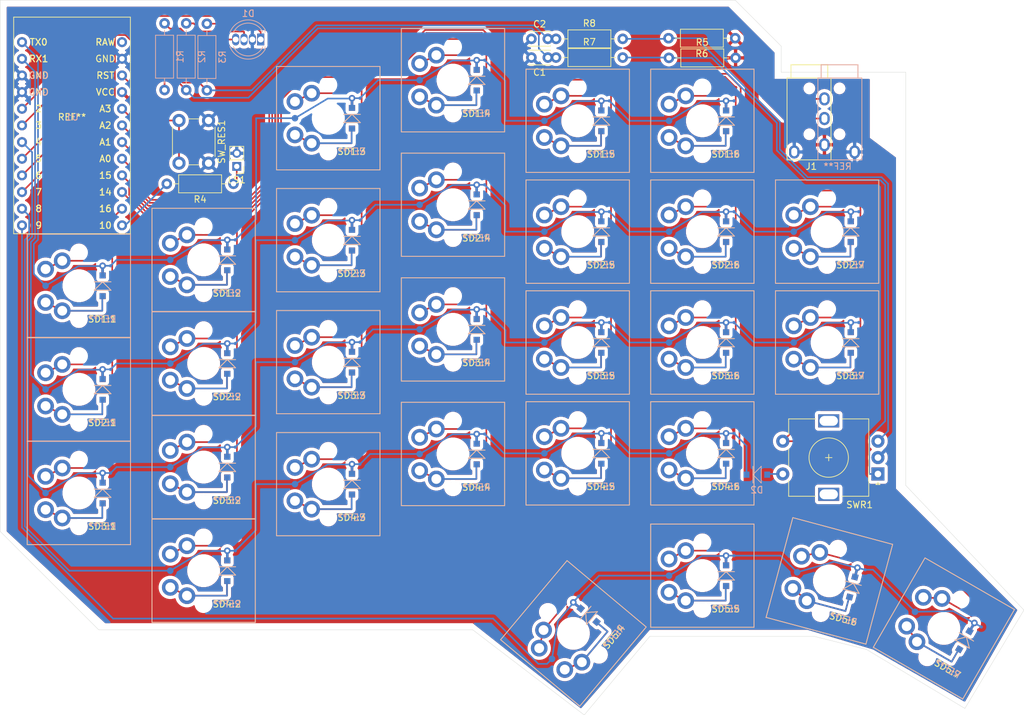
<source format=kicad_pcb>
(kicad_pcb (version 20171130) (host pcbnew 5.1.5+dfsg1-2)
  (layers (0 F.Cu signal) (31 B.Cu signal) (34 B.Paste user) (35 F.Paste user) (36 B.SilkS user) (37 F.SilkS user) (38 B.Mask user) (39 F.Mask user) (44 Edge.Cuts user))
  (net 0 "")
  (net 1 "LEDG(rotB)")
  (net 2 GND)
  (net 3 "LEDR(rotA)")
  (net 4 "Net-(D1-Pad1)")
  (net 5 "Net-(D1-Pad3)")
  (net 6 "Net-(D1-Pad4)")
  (net 7 SWOUT)
  (net 8 "Net-(D2-Pad2)")
  (net 9 VCC)
  (net 10 SDA)
  (net 11 SCL)
  (net 12 "Net-(LS1-Pad1)")
  (net 13 LEDB)
  (net 14 SPKR)
  (net 15 "Net-(R5-Pad1)")
  (net 16 "Net-(R6-Pad2)")
  (net 17 col1)
  (net 18 row1)
  (net 19 col2)
  (net 20 col3)
  (net 21 col4)
  (net 22 col5)
  (net 23 col6)
  (net 24 row2)
  (net 25 SWIN)
  (net 26 row3)
  (net 27 row5)
  (net 28 RST)
  (net 29 "Net-(U1-Pad24)")
  (module utilities:Arduino_Pro_Micro (layer F.Cu) (at -1.05 -67.9)
    (fp_text reference U1 (at 0 -1.27) (layer B.SilkS) (effects (justify mirror)))
    (fp_text value Arduino_Pro_Micro)
    (fp_text user GND (at -5.08 -7.62) (layer F.SilkS))
    (fp_text user RST (at 5.08 -7.62) (layer F.SilkS))
    (fp_text user A0 (at 5.08 5.08) (layer F.SilkS))
    (fp_text user 15 (at 5.08 7.62) (layer F.SilkS))
    (fp_text user VCC (at 5.08 -5.08) (layer F.SilkS))
    (fp_text user A2 (at 5.08 0) (layer F.SilkS))
    (fp_text user 14 (at 5.08 10.16) (layer F.SilkS))
    (fp_text user 16 (at 5.08 12.7) (layer F.SilkS))
    (fp_text user 10 (at 5.08 15.24) (layer F.SilkS))
    (fp_text user A3 (at 5.08 -2.54) (layer F.SilkS))
    (fp_text user RAW (at 5.08 -12.7) (layer F.SilkS))
    (fp_text user A1 (at 5.08 2.54) (layer F.SilkS))
    (fp_text user 10 (at 5.08 15.24) (layer F.SilkS))
    (fp_text user 16 (at 5.08 12.7) (layer F.SilkS))
    (fp_text user 14 (at 5.08 10.16) (layer F.SilkS))
    (fp_text user 15 (at 5.08 7.62) (layer F.SilkS))
    (fp_text user A0 (at 5.08 5.08) (layer F.SilkS))
    (fp_text user A1 (at 5.08 2.54) (layer F.SilkS))
    (fp_text user A2 (at 5.08 0) (layer F.SilkS))
    (fp_text user A3 (at 5.08 -2.54) (layer F.SilkS))
    (fp_text user VCC (at 5.08 -5.08) (layer F.SilkS))
    (fp_text user RST (at 5.08 -7.62) (layer F.SilkS))
    (fp_text user GND (at 5.08 -10.16) (layer F.SilkS))
    (fp_text user RAW (at 5.08 -12.7) (layer F.SilkS))
    (fp_text user REF** (at 0 -1.27) (layer F.SilkS))
    (fp_text user GND (at -5.08 -5.08 -180) (layer B.SilkS) (effects (justify mirror)))
    (fp_text user 8 (at -5.08 12.7) (layer F.SilkS))
    (fp_text user TX0 (at -5.08 -12.7) (layer F.SilkS))
    (fp_text user 7 (at -5.08 10.16) (layer F.SilkS))
    (fp_text user 4 (at -5.08 2.54) (layer F.SilkS))
    (fp_text user 2 (at -5.08 -2.54) (layer F.SilkS))
    (fp_text user 9 (at -5.08 15.24) (layer F.SilkS))
    (fp_text user 5 (at -5.08 5.08) (layer F.SilkS))
    (fp_text user 6 (at -5.08 7.62) (layer F.SilkS))
    (fp_text user RX1 (at -5.08 -10.16) (layer F.SilkS))
    (fp_text user GND (at -5.08 -7.62 -180) (layer B.SilkS) (effects (justify mirror)))
    (fp_text user 3 (at -5.08 0) (layer F.SilkS))
    (fp_text user 9 (at -5.08 15.24) (layer F.SilkS))
    (fp_text user 8 (at -5.08 12.7) (layer F.SilkS))
    (fp_text user 7 (at -5.08 10.16) (layer F.SilkS))
    (fp_text user 6 (at -5.08 7.62) (layer F.SilkS))
    (fp_text user 5 (at -5.08 5.08) (layer F.SilkS))
    (fp_text user 4 (at -5.08 2.54) (layer F.SilkS))
    (fp_text user 3 (at -5.08 0) (layer F.SilkS))
    (fp_text user 2 (at -5.08 -2.54) (layer F.SilkS))
    (fp_text user GND (at -5.08 -5.08) (layer F.SilkS))
    (fp_text user GND (at -5.08 -7.62) (layer F.SilkS))
    (fp_text user RX1 (at -5.08 -10.16) (layer F.SilkS))
    (fp_text user TX0 (at -5.08 -12.7) (layer F.SilkS))
    (pad 24 thru_hole circle (at 7.62 -12.7) (size 1.524 1.524) (drill 0.8128) (layers *.Cu *.Mask) (net 29 "Net-(U1-Pad24)"))
    (pad 23 thru_hole circle (at 7.62 -10.16) (size 1.524 1.524) (drill 0.8128) (layers *.Cu *.Mask) (net 2 GND))
    (pad 22 thru_hole circle (at 7.62 -7.62) (size 1.524 1.524) (drill 0.8128) (layers *.Cu *.Mask) (net 28 RST))
    (pad 21 thru_hole circle (at 7.62 -5.08) (size 1.524 1.524) (drill 0.8128) (layers *.Cu *.Mask) (net 9 VCC))
    (pad 20 thru_hole circle (at 7.62 -2.54) (size 1.524 1.524) (drill 0.8128) (layers *.Cu *.Mask) (net 25 SWIN))
    (pad 19 thru_hole circle (at 7.62 0) (size 1.524 1.524) (drill 0.8128) (layers *.Cu *.Mask) (net 23 col6))
    (pad 18 thru_hole circle (at 7.62 2.54) (size 1.524 1.524) (drill 0.8128) (layers *.Cu *.Mask) (net 22 col5))
    (pad 17 thru_hole circle (at 7.62 5.08) (size 1.524 1.524) (drill 0.8128) (layers *.Cu *.Mask) (net 21 col4))
    (pad 16 thru_hole circle (at 7.62 7.62) (size 1.524 1.524) (drill 0.8128) (layers *.Cu *.Mask) (net 20 col3))
    (pad 15 thru_hole circle (at 7.62 10.16) (size 1.524 1.524) (drill 0.8128) (layers *.Cu *.Mask) (net 19 col2))
    (pad 14 thru_hole circle (at 7.62 12.7) (size 1.524 1.524) (drill 0.8128) (layers *.Cu *.Mask) (net 17 col1))
    (pad 13 thru_hole circle (at 7.62 15.24) (size 1.524 1.524) (drill 0.8128) (layers *.Cu *.Mask) (net 14 SPKR))
    (pad 12 thru_hole circle (at -7.62 15.24) (size 1.524 1.524) (drill 0.8128) (layers *.Cu *.Mask) (net 27 row5))
    (pad 11 thru_hole circle (at -7.62 12.7) (size 1.524 1.524) (drill 0.8128) (layers *.Cu *.Mask) (net 7 SWOUT))
    (pad 10 thru_hole circle (at -7.62 10.16) (size 1.524 1.524) (drill 0.8128) (layers *.Cu *.Mask) (net 13 LEDB))
    (pad 9 thru_hole circle (at -7.62 7.62) (size 1.524 1.524) (drill 0.8128) (layers *.Cu *.Mask) (net 1 "LEDG(rotB)"))
    (pad 8 thru_hole circle (at -7.62 5.08) (size 1.524 1.524) (drill 0.8128) (layers *.Cu *.Mask) (net 3 "LEDR(rotA)"))
    (pad 7 thru_hole circle (at -7.62 2.54) (size 1.524 1.524) (drill 0.8128) (layers *.Cu *.Mask) (net 26 row3))
    (pad 6 thru_hole circle (at -7.62 0) (size 1.524 1.524) (drill 0.8128) (layers *.Cu *.Mask) (net 11 SCL))
    (pad 5 thru_hole circle (at -7.62 -2.54) (size 1.524 1.524) (drill 0.8128) (layers *.Cu *.Mask) (net 10 SDA))
    (pad 4 thru_hole circle (at -7.62 -5.08) (size 1.524 1.524) (drill 0.8128) (layers *.Cu *.Mask) (net 2 GND))
    (pad 3 thru_hole circle (at -7.62 -7.62) (size 1.524 1.524) (drill 0.8128) (layers *.Cu *.Mask) (net 2 GND))
    (pad 2 thru_hole circle (at -7.62 -10.16) (size 1.524 1.524) (drill 0.8128) (layers *.Cu *.Mask) (net 24 row2))
    (pad 1 thru_hole circle (at -7.62 -12.7) (size 1.524 1.524) (drill 0.8128) (layers *.Cu *.Mask) (net 18 row1))
  )
  (module Rotary_Encoder:RotaryEncoder_Alps_EC11E-Switch_Vertical_H20mm (layer F.Cu) (at 121.75 -14.75 180)
    (fp_text reference SWR1 (at 2.8 -4.7) (layer F.SilkS))
    (fp_text value Rotary_Encoder_Switch)
    (pad A thru_hole rect (at 0 0 180) (size 2 2) (drill 1) (layers *.Cu *.Mask) (net 15 "Net-(R5-Pad1)"))
    (pad C thru_hole circle (at 0 2.5 180) (size 2 2) (drill 1) (layers *.Cu *.Mask) (net 2 GND))
    (pad B thru_hole circle (at 0 5 180) (size 2 2) (drill 1) (layers *.Cu *.Mask) (net 16 "Net-(R6-Pad2)"))
    (pad MP thru_hole rect (at 7.5 -3.1 180) (size 3.2 2) (drill oval 2.8 1.5) (layers *.Cu *.Mask))
    (pad MP thru_hole rect (at 7.5 8.1 180) (size 3.2 2) (drill oval 2.8 1.5) (layers *.Cu *.Mask))
    (pad S2 thru_hole circle (at 14.5 0 180) (size 2 2) (drill 1) (layers *.Cu *.Mask) (net 8 "Net-(D2-Pad2)"))
    (pad S1 thru_hole circle (at 14.5 5 180) (size 2 2) (drill 1) (layers *.Cu *.Mask) (net 25 SWIN))
  )
  (module Button_Switch_THT:SW_PUSH_6mm (layer F.Cu) (at 19.75 -68.65 270)
    (fp_text reference SW_RES1 (at 3.25 -2 90) (layer F.SilkS))
    (fp_text value SW_Push)
    (pad 1 thru_hole circle (at 6.5 0) (size 2 2) (drill 1.1) (layers *.Cu *.Mask) (net 2 GND))
    (pad 2 thru_hole circle (at 6.5 4.5) (size 2 2) (drill 1.1) (layers *.Cu *.Mask) (net 28 RST))
    (pad 1 thru_hole circle (at 0 0) (size 2 2) (drill 1.1) (layers *.Cu *.Mask) (net 2 GND))
    (pad 2 thru_hole circle (at 0 4.5) (size 2 2) (drill 1.1) (layers *.Cu *.Mask) (net 28 RST))
  )
  (module utilities:cherry_mx_1u (layer F.Cu) (at 131.8 8.8 330)
    (fp_text reference SD5:7 (at 3.556 5.08 150) (layer F.SilkS))
    (fp_text value SW_D)
    (fp_text user REF** (at 3.556 5.08 150) (layer B.SilkS) (effects (justify mirror)))
    (pad 2 smd custom (at 4.826 -3.048 330) (size 0.5 0.5) (layers B.Cu) (net 27 row5) (options (clearance outline) (anchor circle)) (primitives (gr_line (start 0 0) (end -1.27 0) (width 0.25))))
    (pad "" smd custom (at -2.54 3.81 330) (size 0.5 0.5) (layers B.Cu) (options (clearance outline) (anchor circle)) (primitives (gr_line (start 0 0) (end 6.1 0) (width 0.25)) (gr_line (start 6.1 0) (end 6.1 -2.29) (width 0.25))))
    (pad "" smd rect (at 3.61 -2.54 330) (size 0.4 1.0668) (layers B.Cu))
    (pad "" smd custom (at -5.08 2.54 330) (size 0.5 0.5) (layers F.Cu) (options (clearance outline) (anchor circle)) (primitives (gr_line (start 0 0) (end 2.54 1.27) (width 0.25))))
    (pad 2 smd custom (at -5.08 0 330) (size 1 1) (layers B.Cu) (net 27 row5) (clearance 0.001) (options (clearance outline) (anchor circle)) (primitives (gr_line (start 0 0) (end 5 -3) (width 0.25)) (gr_line (start 5 -3) (end 8.8 -3) (width 0.25))))
    (pad "" smd custom (at -2.54 3.81 330) (size 0.5 0.5) (layers F.Cu) (options (clearance outline) (anchor circle)) (primitives (gr_line (start 0 0) (end 6.1 0) (width 0.25)) (gr_line (start 6.1 0) (end 6.1 -2.29) (width 0.25))))
    (pad 1 smd custom (at 5.08 -5.08 330) (size 0.5 0.5) (layers F.Cu) (net 25 SWIN) (options (clearance outline) (anchor circle)) (primitives (gr_line (start 0 0) (end -3.17 0) (width 0.25)) (gr_line (start -3.17 0) (end -3.17 1.27) (width 0.25)) (gr_line (start -3.17 1.27) (end -7.62 1.27) (width 0.25))))
    (pad "" smd rect (at 3.61 -2.54 330) (size 0.4 1.0668) (layers F.Cu))
    (pad "" smd custom (at -5.08 -2.54 330) (size 0.5 0.5) (layers F.Cu) (options (clearance outline) (anchor circle)) (primitives (gr_line (start 0 0) (end 2.54 -1.27) (width 0.25))))
    (pad 2 thru_hole circle (at 3.61 -3.048 330) (size 1 1) (drill 0.5) (layers *.Cu *.Mask) (net 27 row5))
    (pad "" np_thru_hole circle (at 0 0 330) (size 4.0132 4.0132) (drill 4.0132) (layers *.Cu *.Mask))
    (pad "" np_thru_hole circle (at 0 5.08 330) (size 1.7272 1.7272) (drill 1.7272) (layers *.Cu *.Mask))
    (pad "" np_thru_hole circle (at 0 -5.08 330) (size 1.7272 1.7272) (drill 1.7272) (layers *.Cu *.Mask))
    (pad "" thru_hole circle (at -2.54 3.81 330) (size 2.54 2.54) (drill 1.4986) (layers *.Cu *.Mask))
    (pad "" thru_hole circle (at -2.54 -3.81 330) (size 2.54 2.54) (drill 1.4986) (layers *.Cu *.Mask))
    (pad "" thru_hole circle (at -5.08 2.54 330) (size 2.54 2.54) (drill 1.4986) (layers *.Cu *.Mask))
    (pad "" thru_hole circle (at -5.08 -2.54 330) (size 2.54 2.54) (drill 1.4986) (layers *.Cu *.Mask))
    (pad "" smd rect (at 3.61 -1.575 330) (size 0.95 0.9) (layers F.Cu F.Paste F.Mask))
    (pad "" smd rect (at 3.61 1.575 330) (size 0.95 0.9) (layers F.Cu F.Paste F.Mask))
    (pad "" smd rect (at 3.61 -1.575 330) (size 0.95 0.9) (layers B.Cu B.Paste B.Mask))
    (pad "" smd rect (at 3.61 1.575 330) (size 0.95 0.9) (layers B.Cu B.Paste B.Mask))
  )
  (module utilities:cherry_mx_1u (layer F.Cu) (at 114.35 1.55 345)
    (fp_text reference SD5:6 (at 3.556 5.08 165) (layer F.SilkS))
    (fp_text value SW_D)
    (fp_text user REF** (at 3.556 5.08 165) (layer B.SilkS) (effects (justify mirror)))
    (pad 2 smd custom (at 4.826 -3.048 345) (size 0.5 0.5) (layers B.Cu) (net 27 row5) (options (clearance outline) (anchor circle)) (primitives (gr_line (start 0 0) (end -1.27 0) (width 0.25))))
    (pad "" smd custom (at -2.54 3.81 345) (size 0.5 0.5) (layers B.Cu) (options (clearance outline) (anchor circle)) (primitives (gr_line (start 0 0) (end 6.1 0) (width 0.25)) (gr_line (start 6.1 0) (end 6.1 -2.29) (width 0.25))))
    (pad "" smd rect (at 3.61 -2.54 345) (size 0.4 1.0668) (layers B.Cu))
    (pad "" smd custom (at -5.08 2.54 345) (size 0.5 0.5) (layers F.Cu) (options (clearance outline) (anchor circle)) (primitives (gr_line (start 0 0) (end 2.54 1.27) (width 0.25))))
    (pad 2 smd custom (at -5.08 0 345) (size 1 1) (layers B.Cu) (net 27 row5) (clearance 0.001) (options (clearance outline) (anchor circle)) (primitives (gr_line (start 0 0) (end 5 -3) (width 0.25)) (gr_line (start 5 -3) (end 8.8 -3) (width 0.25))))
    (pad "" smd custom (at -2.54 3.81 345) (size 0.5 0.5) (layers F.Cu) (options (clearance outline) (anchor circle)) (primitives (gr_line (start 0 0) (end 6.1 0) (width 0.25)) (gr_line (start 6.1 0) (end 6.1 -2.29) (width 0.25))))
    (pad 1 smd custom (at 5.08 -5.08 345) (size 0.5 0.5) (layers F.Cu) (net 23 col6) (options (clearance outline) (anchor circle)) (primitives (gr_line (start 0 0) (end -3.17 0) (width 0.25)) (gr_line (start -3.17 0) (end -3.17 1.27) (width 0.25)) (gr_line (start -3.17 1.27) (end -7.62 1.27) (width 0.25))))
    (pad "" smd rect (at 3.61 -2.54 345) (size 0.4 1.0668) (layers F.Cu))
    (pad "" smd custom (at -5.08 -2.54 345) (size 0.5 0.5) (layers F.Cu) (options (clearance outline) (anchor circle)) (primitives (gr_line (start 0 0) (end 2.54 -1.27) (width 0.25))))
    (pad 2 thru_hole circle (at 3.61 -3.048 345) (size 1 1) (drill 0.5) (layers *.Cu *.Mask) (net 27 row5))
    (pad "" np_thru_hole circle (at 0 0 345) (size 4.0132 4.0132) (drill 4.0132) (layers *.Cu *.Mask))
    (pad "" np_thru_hole circle (at 0 5.08 345) (size 1.7272 1.7272) (drill 1.7272) (layers *.Cu *.Mask))
    (pad "" np_thru_hole circle (at 0 -5.08 345) (size 1.7272 1.7272) (drill 1.7272) (layers *.Cu *.Mask))
    (pad "" thru_hole circle (at -2.54 3.81 345) (size 2.54 2.54) (drill 1.4986) (layers *.Cu *.Mask))
    (pad "" thru_hole circle (at -2.54 -3.81 345) (size 2.54 2.54) (drill 1.4986) (layers *.Cu *.Mask))
    (pad "" thru_hole circle (at -5.08 2.54 345) (size 2.54 2.54) (drill 1.4986) (layers *.Cu *.Mask))
    (pad "" thru_hole circle (at -5.08 -2.54 345) (size 2.54 2.54) (drill 1.4986) (layers *.Cu *.Mask))
    (pad "" smd rect (at 3.61 -1.575 345) (size 0.95 0.9) (layers F.Cu F.Paste F.Mask))
    (pad "" smd rect (at 3.61 1.575 345) (size 0.95 0.9) (layers F.Cu F.Paste F.Mask))
    (pad "" smd rect (at 3.61 -1.575 345) (size 0.95 0.9) (layers B.Cu B.Paste B.Mask))
    (pad "" smd rect (at 3.61 1.575 345) (size 0.95 0.9) (layers B.Cu B.Paste B.Mask))
  )
  (module utilities:cherry_mx_1u (layer F.Cu) (at 95 0.75)
    (fp_text reference SD5:5 (at 3.556 5.08) (layer F.SilkS))
    (fp_text value SW_D)
    (fp_text user REF** (at 3.556 5.08) (layer B.SilkS) (effects (justify mirror)))
    (pad 2 smd custom (at 4.826 -3.048) (size 0.5 0.5) (layers B.Cu) (net 27 row5) (options (clearance outline) (anchor circle)) (primitives (gr_line (start 0 0) (end -1.27 0) (width 0.25))))
    (pad "" smd custom (at -2.54 3.81) (size 0.5 0.5) (layers B.Cu) (options (clearance outline) (anchor circle)) (primitives (gr_line (start 0 0) (end 6.1 0) (width 0.25)) (gr_line (start 6.1 0) (end 6.1 -2.29) (width 0.25))))
    (pad "" smd rect (at 3.61 -2.54) (size 0.4 1.0668) (layers B.Cu))
    (pad "" smd custom (at -5.08 2.54) (size 0.5 0.5) (layers F.Cu) (options (clearance outline) (anchor circle)) (primitives (gr_line (start 0 0) (end 2.54 1.27) (width 0.25))))
    (pad 2 smd custom (at -5.08 0) (size 1 1) (layers B.Cu) (net 27 row5) (clearance 0.001) (options (clearance outline) (anchor circle)) (primitives (gr_line (start 0 0) (end 5 -3) (width 0.25)) (gr_line (start 5 -3) (end 8.8 -3) (width 0.25))))
    (pad "" smd custom (at -2.54 3.81) (size 0.5 0.5) (layers F.Cu) (options (clearance outline) (anchor circle)) (primitives (gr_line (start 0 0) (end 6.1 0) (width 0.25)) (gr_line (start 6.1 0) (end 6.1 -2.29) (width 0.25))))
    (pad 1 smd custom (at 5.08 -5.08) (size 0.5 0.5) (layers F.Cu) (net 22 col5) (options (clearance outline) (anchor circle)) (primitives (gr_line (start 0 0) (end -3.17 0) (width 0.25)) (gr_line (start -3.17 0) (end -3.17 1.27) (width 0.25)) (gr_line (start -3.17 1.27) (end -7.62 1.27) (width 0.25))))
    (pad "" smd rect (at 3.61 -2.54) (size 0.4 1.0668) (layers F.Cu))
    (pad "" smd custom (at -5.08 -2.54) (size 0.5 0.5) (layers F.Cu) (options (clearance outline) (anchor circle)) (primitives (gr_line (start 0 0) (end 2.54 -1.27) (width 0.25))))
    (pad 2 thru_hole circle (at 3.61 -3.048) (size 1 1) (drill 0.5) (layers *.Cu *.Mask) (net 27 row5))
    (pad "" np_thru_hole circle (at 0 0) (size 4.0132 4.0132) (drill 4.0132) (layers *.Cu *.Mask))
    (pad "" np_thru_hole circle (at 0 5.08) (size 1.7272 1.7272) (drill 1.7272) (layers *.Cu *.Mask))
    (pad "" np_thru_hole circle (at 0 -5.08) (size 1.7272 1.7272) (drill 1.7272) (layers *.Cu *.Mask))
    (pad "" thru_hole circle (at -2.54 3.81) (size 2.54 2.54) (drill 1.4986) (layers *.Cu *.Mask))
    (pad "" thru_hole circle (at -2.54 -3.81) (size 2.54 2.54) (drill 1.4986) (layers *.Cu *.Mask))
    (pad "" thru_hole circle (at -5.08 2.54) (size 2.54 2.54) (drill 1.4986) (layers *.Cu *.Mask))
    (pad "" thru_hole circle (at -5.08 -2.54) (size 2.54 2.54) (drill 1.4986) (layers *.Cu *.Mask))
    (pad "" smd rect (at 3.61 -1.575) (size 0.95 0.9) (layers F.Cu F.Paste F.Mask))
    (pad "" smd rect (at 3.61 1.575) (size 0.95 0.9) (layers F.Cu F.Paste F.Mask))
    (pad "" smd rect (at 3.61 -1.575) (size 0.95 0.9) (layers B.Cu B.Paste B.Mask))
    (pad "" smd rect (at 3.61 1.575) (size 0.95 0.9) (layers B.Cu B.Paste B.Mask))
  )
  (module utilities:cherry_mx_1u (layer F.Cu) (at 75.35 9.55 50)
    (fp_text reference SD5:4 (at 3.556 5.08 50) (layer F.SilkS))
    (fp_text value SW_D)
    (fp_text user REF** (at 3.556 5.08 50) (layer B.SilkS) (effects (justify mirror)))
    (pad 2 smd custom (at 4.826 -3.048 50) (size 0.5 0.5) (layers B.Cu) (net 27 row5) (options (clearance outline) (anchor circle)) (primitives (gr_line (start 0 0) (end -1.27 0) (width 0.25))))
    (pad "" smd custom (at -2.54 3.81 50) (size 0.5 0.5) (layers B.Cu) (options (clearance outline) (anchor circle)) (primitives (gr_line (start 0 0) (end 6.1 0) (width 0.25)) (gr_line (start 6.1 0) (end 6.1 -2.29) (width 0.25))))
    (pad "" smd rect (at 3.61 -2.54 50) (size 0.4 1.0668) (layers B.Cu))
    (pad "" smd custom (at -5.08 2.54 50) (size 0.5 0.5) (layers F.Cu) (options (clearance outline) (anchor circle)) (primitives (gr_line (start 0 0) (end 2.54 1.27) (width 0.25))))
    (pad 2 smd custom (at -5.08 0 50) (size 1 1) (layers B.Cu) (net 27 row5) (clearance 0.001) (options (clearance outline) (anchor circle)) (primitives (gr_line (start 0 0) (end 5 -3) (width 0.25)) (gr_line (start 5 -3) (end 8.8 -3) (width 0.25))))
    (pad "" smd custom (at -2.54 3.81 50) (size 0.5 0.5) (layers F.Cu) (options (clearance outline) (anchor circle)) (primitives (gr_line (start 0 0) (end 6.1 0) (width 0.25)) (gr_line (start 6.1 0) (end 6.1 -2.29) (width 0.25))))
    (pad 1 smd custom (at 5.08 -5.08 50) (size 0.5 0.5) (layers F.Cu) (net 21 col4) (options (clearance outline) (anchor circle)) (primitives (gr_line (start 0 0) (end -3.17 0) (width 0.25)) (gr_line (start -3.17 0) (end -3.17 1.27) (width 0.25)) (gr_line (start -3.17 1.27) (end -7.62 1.27) (width 0.25))))
    (pad "" smd rect (at 3.61 -2.54 50) (size 0.4 1.0668) (layers F.Cu))
    (pad "" smd custom (at -5.08 -2.54 50) (size 0.5 0.5) (layers F.Cu) (options (clearance outline) (anchor circle)) (primitives (gr_line (start 0 0) (end 2.54 -1.27) (width 0.25))))
    (pad 2 thru_hole circle (at 3.61 -3.048 50) (size 1 1) (drill 0.5) (layers *.Cu *.Mask) (net 27 row5))
    (pad "" np_thru_hole circle (at 0 0 50) (size 4.0132 4.0132) (drill 4.0132) (layers *.Cu *.Mask))
    (pad "" np_thru_hole circle (at 0 5.08 50) (size 1.7272 1.7272) (drill 1.7272) (layers *.Cu *.Mask))
    (pad "" np_thru_hole circle (at 0 -5.08 50) (size 1.7272 1.7272) (drill 1.7272) (layers *.Cu *.Mask))
    (pad "" thru_hole circle (at -2.54 3.81 50) (size 2.54 2.54) (drill 1.4986) (layers *.Cu *.Mask))
    (pad "" thru_hole circle (at -2.54 -3.81 50) (size 2.54 2.54) (drill 1.4986) (layers *.Cu *.Mask))
    (pad "" thru_hole circle (at -5.08 2.54 50) (size 2.54 2.54) (drill 1.4986) (layers *.Cu *.Mask))
    (pad "" thru_hole circle (at -5.08 -2.54 50) (size 2.54 2.54) (drill 1.4986) (layers *.Cu *.Mask))
    (pad "" smd rect (at 3.61 -1.575 50) (size 0.95 0.9) (layers F.Cu F.Paste F.Mask))
    (pad "" smd rect (at 3.61 1.575 50) (size 0.95 0.9) (layers F.Cu F.Paste F.Mask))
    (pad "" smd rect (at 3.61 -1.575 50) (size 0.95 0.9) (layers B.Cu B.Paste B.Mask))
    (pad "" smd rect (at 3.61 1.575 50) (size 0.95 0.9) (layers B.Cu B.Paste B.Mask))
  )
  (module utilities:cherry_mx_1u (layer F.Cu) (at 95 -17.9)
    (fp_text reference SD4:6 (at 3.556 5.08) (layer F.SilkS))
    (fp_text value SW_D)
    (fp_text user REF** (at 3.556 5.08) (layer B.SilkS) (effects (justify mirror)))
    (pad 2 smd custom (at 4.826 -3.048) (size 0.5 0.5) (layers B.Cu) (net 7 SWOUT) (options (clearance outline) (anchor circle)) (primitives (gr_line (start 0 0) (end -1.27 0) (width 0.25))))
    (pad "" smd custom (at -2.54 3.81) (size 0.5 0.5) (layers B.Cu) (options (clearance outline) (anchor circle)) (primitives (gr_line (start 0 0) (end 6.1 0) (width 0.25)) (gr_line (start 6.1 0) (end 6.1 -2.29) (width 0.25))))
    (pad "" smd rect (at 3.61 -2.54) (size 0.4 1.0668) (layers B.Cu))
    (pad "" smd custom (at -5.08 2.54) (size 0.5 0.5) (layers F.Cu) (options (clearance outline) (anchor circle)) (primitives (gr_line (start 0 0) (end 2.54 1.27) (width 0.25))))
    (pad 2 smd custom (at -5.08 0) (size 1 1) (layers B.Cu) (net 7 SWOUT) (clearance 0.001) (options (clearance outline) (anchor circle)) (primitives (gr_line (start 0 0) (end 5 -3) (width 0.25)) (gr_line (start 5 -3) (end 8.8 -3) (width 0.25))))
    (pad "" smd custom (at -2.54 3.81) (size 0.5 0.5) (layers F.Cu) (options (clearance outline) (anchor circle)) (primitives (gr_line (start 0 0) (end 6.1 0) (width 0.25)) (gr_line (start 6.1 0) (end 6.1 -2.29) (width 0.25))))
    (pad 1 smd custom (at 5.08 -5.08) (size 0.5 0.5) (layers F.Cu) (net 23 col6) (options (clearance outline) (anchor circle)) (primitives (gr_line (start 0 0) (end -3.17 0) (width 0.25)) (gr_line (start -3.17 0) (end -3.17 1.27) (width 0.25)) (gr_line (start -3.17 1.27) (end -7.62 1.27) (width 0.25))))
    (pad "" smd rect (at 3.61 -2.54) (size 0.4 1.0668) (layers F.Cu))
    (pad "" smd custom (at -5.08 -2.54) (size 0.5 0.5) (layers F.Cu) (options (clearance outline) (anchor circle)) (primitives (gr_line (start 0 0) (end 2.54 -1.27) (width 0.25))))
    (pad 2 thru_hole circle (at 3.61 -3.048) (size 1 1) (drill 0.5) (layers *.Cu *.Mask) (net 7 SWOUT))
    (pad "" np_thru_hole circle (at 0 0) (size 4.0132 4.0132) (drill 4.0132) (layers *.Cu *.Mask))
    (pad "" np_thru_hole circle (at 0 5.08) (size 1.7272 1.7272) (drill 1.7272) (layers *.Cu *.Mask))
    (pad "" np_thru_hole circle (at 0 -5.08) (size 1.7272 1.7272) (drill 1.7272) (layers *.Cu *.Mask))
    (pad "" thru_hole circle (at -2.54 3.81) (size 2.54 2.54) (drill 1.4986) (layers *.Cu *.Mask))
    (pad "" thru_hole circle (at -2.54 -3.81) (size 2.54 2.54) (drill 1.4986) (layers *.Cu *.Mask))
    (pad "" thru_hole circle (at -5.08 2.54) (size 2.54 2.54) (drill 1.4986) (layers *.Cu *.Mask))
    (pad "" thru_hole circle (at -5.08 -2.54) (size 2.54 2.54) (drill 1.4986) (layers *.Cu *.Mask))
    (pad "" smd rect (at 3.61 -1.575) (size 0.95 0.9) (layers F.Cu F.Paste F.Mask))
    (pad "" smd rect (at 3.61 1.575) (size 0.95 0.9) (layers F.Cu F.Paste F.Mask))
    (pad "" smd rect (at 3.61 -1.575) (size 0.95 0.9) (layers B.Cu B.Paste B.Mask))
    (pad "" smd rect (at 3.61 1.575) (size 0.95 0.9) (layers B.Cu B.Paste B.Mask))
  )
  (module utilities:cherry_mx_1u (layer F.Cu) (at 76 -17.9)
    (fp_text reference SD4:5 (at 3.556 5.08) (layer F.SilkS))
    (fp_text value SW_D)
    (fp_text user REF** (at 3.556 5.08) (layer B.SilkS) (effects (justify mirror)))
    (pad 2 smd custom (at 4.826 -3.048) (size 0.5 0.5) (layers B.Cu) (net 7 SWOUT) (options (clearance outline) (anchor circle)) (primitives (gr_line (start 0 0) (end -1.27 0) (width 0.25))))
    (pad "" smd custom (at -2.54 3.81) (size 0.5 0.5) (layers B.Cu) (options (clearance outline) (anchor circle)) (primitives (gr_line (start 0 0) (end 6.1 0) (width 0.25)) (gr_line (start 6.1 0) (end 6.1 -2.29) (width 0.25))))
    (pad "" smd rect (at 3.61 -2.54) (size 0.4 1.0668) (layers B.Cu))
    (pad "" smd custom (at -5.08 2.54) (size 0.5 0.5) (layers F.Cu) (options (clearance outline) (anchor circle)) (primitives (gr_line (start 0 0) (end 2.54 1.27) (width 0.25))))
    (pad 2 smd custom (at -5.08 0) (size 1 1) (layers B.Cu) (net 7 SWOUT) (clearance 0.001) (options (clearance outline) (anchor circle)) (primitives (gr_line (start 0 0) (end 5 -3) (width 0.25)) (gr_line (start 5 -3) (end 8.8 -3) (width 0.25))))
    (pad "" smd custom (at -2.54 3.81) (size 0.5 0.5) (layers F.Cu) (options (clearance outline) (anchor circle)) (primitives (gr_line (start 0 0) (end 6.1 0) (width 0.25)) (gr_line (start 6.1 0) (end 6.1 -2.29) (width 0.25))))
    (pad 1 smd custom (at 5.08 -5.08) (size 0.5 0.5) (layers F.Cu) (net 22 col5) (options (clearance outline) (anchor circle)) (primitives (gr_line (start 0 0) (end -3.17 0) (width 0.25)) (gr_line (start -3.17 0) (end -3.17 1.27) (width 0.25)) (gr_line (start -3.17 1.27) (end -7.62 1.27) (width 0.25))))
    (pad "" smd rect (at 3.61 -2.54) (size 0.4 1.0668) (layers F.Cu))
    (pad "" smd custom (at -5.08 -2.54) (size 0.5 0.5) (layers F.Cu) (options (clearance outline) (anchor circle)) (primitives (gr_line (start 0 0) (end 2.54 -1.27) (width 0.25))))
    (pad 2 thru_hole circle (at 3.61 -3.048) (size 1 1) (drill 0.5) (layers *.Cu *.Mask) (net 7 SWOUT))
    (pad "" np_thru_hole circle (at 0 0) (size 4.0132 4.0132) (drill 4.0132) (layers *.Cu *.Mask))
    (pad "" np_thru_hole circle (at 0 5.08) (size 1.7272 1.7272) (drill 1.7272) (layers *.Cu *.Mask))
    (pad "" np_thru_hole circle (at 0 -5.08) (size 1.7272 1.7272) (drill 1.7272) (layers *.Cu *.Mask))
    (pad "" thru_hole circle (at -2.54 3.81) (size 2.54 2.54) (drill 1.4986) (layers *.Cu *.Mask))
    (pad "" thru_hole circle (at -2.54 -3.81) (size 2.54 2.54) (drill 1.4986) (layers *.Cu *.Mask))
    (pad "" thru_hole circle (at -5.08 2.54) (size 2.54 2.54) (drill 1.4986) (layers *.Cu *.Mask))
    (pad "" thru_hole circle (at -5.08 -2.54) (size 2.54 2.54) (drill 1.4986) (layers *.Cu *.Mask))
    (pad "" smd rect (at 3.61 -1.575) (size 0.95 0.9) (layers F.Cu F.Paste F.Mask))
    (pad "" smd rect (at 3.61 1.575) (size 0.95 0.9) (layers F.Cu F.Paste F.Mask))
    (pad "" smd rect (at 3.61 -1.575) (size 0.95 0.9) (layers B.Cu B.Paste B.Mask))
    (pad "" smd rect (at 3.61 1.575) (size 0.95 0.9) (layers B.Cu B.Paste B.Mask))
  )
  (module utilities:cherry_mx_1u (layer F.Cu) (at 57 -17.8)
    (fp_text reference SD4:4 (at 3.556 5.08) (layer F.SilkS))
    (fp_text value SW_D)
    (fp_text user REF** (at 3.556 5.08) (layer B.SilkS) (effects (justify mirror)))
    (pad 2 smd custom (at 4.826 -3.048) (size 0.5 0.5) (layers B.Cu) (net 7 SWOUT) (options (clearance outline) (anchor circle)) (primitives (gr_line (start 0 0) (end -1.27 0) (width 0.25))))
    (pad "" smd custom (at -2.54 3.81) (size 0.5 0.5) (layers B.Cu) (options (clearance outline) (anchor circle)) (primitives (gr_line (start 0 0) (end 6.1 0) (width 0.25)) (gr_line (start 6.1 0) (end 6.1 -2.29) (width 0.25))))
    (pad "" smd rect (at 3.61 -2.54) (size 0.4 1.0668) (layers B.Cu))
    (pad "" smd custom (at -5.08 2.54) (size 0.5 0.5) (layers F.Cu) (options (clearance outline) (anchor circle)) (primitives (gr_line (start 0 0) (end 2.54 1.27) (width 0.25))))
    (pad 2 smd custom (at -5.08 0) (size 1 1) (layers B.Cu) (net 7 SWOUT) (clearance 0.001) (options (clearance outline) (anchor circle)) (primitives (gr_line (start 0 0) (end 5 -3) (width 0.25)) (gr_line (start 5 -3) (end 8.8 -3) (width 0.25))))
    (pad "" smd custom (at -2.54 3.81) (size 0.5 0.5) (layers F.Cu) (options (clearance outline) (anchor circle)) (primitives (gr_line (start 0 0) (end 6.1 0) (width 0.25)) (gr_line (start 6.1 0) (end 6.1 -2.29) (width 0.25))))
    (pad 1 smd custom (at 5.08 -5.08) (size 0.5 0.5) (layers F.Cu) (net 21 col4) (options (clearance outline) (anchor circle)) (primitives (gr_line (start 0 0) (end -3.17 0) (width 0.25)) (gr_line (start -3.17 0) (end -3.17 1.27) (width 0.25)) (gr_line (start -3.17 1.27) (end -7.62 1.27) (width 0.25))))
    (pad "" smd rect (at 3.61 -2.54) (size 0.4 1.0668) (layers F.Cu))
    (pad "" smd custom (at -5.08 -2.54) (size 0.5 0.5) (layers F.Cu) (options (clearance outline) (anchor circle)) (primitives (gr_line (start 0 0) (end 2.54 -1.27) (width 0.25))))
    (pad 2 thru_hole circle (at 3.61 -3.048) (size 1 1) (drill 0.5) (layers *.Cu *.Mask) (net 7 SWOUT))
    (pad "" np_thru_hole circle (at 0 0) (size 4.0132 4.0132) (drill 4.0132) (layers *.Cu *.Mask))
    (pad "" np_thru_hole circle (at 0 5.08) (size 1.7272 1.7272) (drill 1.7272) (layers *.Cu *.Mask))
    (pad "" np_thru_hole circle (at 0 -5.08) (size 1.7272 1.7272) (drill 1.7272) (layers *.Cu *.Mask))
    (pad "" thru_hole circle (at -2.54 3.81) (size 2.54 2.54) (drill 1.4986) (layers *.Cu *.Mask))
    (pad "" thru_hole circle (at -2.54 -3.81) (size 2.54 2.54) (drill 1.4986) (layers *.Cu *.Mask))
    (pad "" thru_hole circle (at -5.08 2.54) (size 2.54 2.54) (drill 1.4986) (layers *.Cu *.Mask))
    (pad "" thru_hole circle (at -5.08 -2.54) (size 2.54 2.54) (drill 1.4986) (layers *.Cu *.Mask))
    (pad "" smd rect (at 3.61 -1.575) (size 0.95 0.9) (layers F.Cu F.Paste F.Mask))
    (pad "" smd rect (at 3.61 1.575) (size 0.95 0.9) (layers F.Cu F.Paste F.Mask))
    (pad "" smd rect (at 3.61 -1.575) (size 0.95 0.9) (layers B.Cu B.Paste B.Mask))
    (pad "" smd rect (at 3.61 1.575) (size 0.95 0.9) (layers B.Cu B.Paste B.Mask))
  )
  (module utilities:cherry_mx_1u (layer F.Cu) (at 38 -13.2)
    (fp_text reference SD4:3 (at 3.556 5.08) (layer F.SilkS))
    (fp_text value SW_D)
    (fp_text user REF** (at 3.556 5.08) (layer B.SilkS) (effects (justify mirror)))
    (pad 2 smd custom (at 4.826 -3.048) (size 0.5 0.5) (layers B.Cu) (net 7 SWOUT) (options (clearance outline) (anchor circle)) (primitives (gr_line (start 0 0) (end -1.27 0) (width 0.25))))
    (pad "" smd custom (at -2.54 3.81) (size 0.5 0.5) (layers B.Cu) (options (clearance outline) (anchor circle)) (primitives (gr_line (start 0 0) (end 6.1 0) (width 0.25)) (gr_line (start 6.1 0) (end 6.1 -2.29) (width 0.25))))
    (pad "" smd rect (at 3.61 -2.54) (size 0.4 1.0668) (layers B.Cu))
    (pad "" smd custom (at -5.08 2.54) (size 0.5 0.5) (layers F.Cu) (options (clearance outline) (anchor circle)) (primitives (gr_line (start 0 0) (end 2.54 1.27) (width 0.25))))
    (pad 2 smd custom (at -5.08 0) (size 1 1) (layers B.Cu) (net 7 SWOUT) (clearance 0.001) (options (clearance outline) (anchor circle)) (primitives (gr_line (start 0 0) (end 5 -3) (width 0.25)) (gr_line (start 5 -3) (end 8.8 -3) (width 0.25))))
    (pad "" smd custom (at -2.54 3.81) (size 0.5 0.5) (layers F.Cu) (options (clearance outline) (anchor circle)) (primitives (gr_line (start 0 0) (end 6.1 0) (width 0.25)) (gr_line (start 6.1 0) (end 6.1 -2.29) (width 0.25))))
    (pad 1 smd custom (at 5.08 -5.08) (size 0.5 0.5) (layers F.Cu) (net 20 col3) (options (clearance outline) (anchor circle)) (primitives (gr_line (start 0 0) (end -3.17 0) (width 0.25)) (gr_line (start -3.17 0) (end -3.17 1.27) (width 0.25)) (gr_line (start -3.17 1.27) (end -7.62 1.27) (width 0.25))))
    (pad "" smd rect (at 3.61 -2.54) (size 0.4 1.0668) (layers F.Cu))
    (pad "" smd custom (at -5.08 -2.54) (size 0.5 0.5) (layers F.Cu) (options (clearance outline) (anchor circle)) (primitives (gr_line (start 0 0) (end 2.54 -1.27) (width 0.25))))
    (pad 2 thru_hole circle (at 3.61 -3.048) (size 1 1) (drill 0.5) (layers *.Cu *.Mask) (net 7 SWOUT))
    (pad "" np_thru_hole circle (at 0 0) (size 4.0132 4.0132) (drill 4.0132) (layers *.Cu *.Mask))
    (pad "" np_thru_hole circle (at 0 5.08) (size 1.7272 1.7272) (drill 1.7272) (layers *.Cu *.Mask))
    (pad "" np_thru_hole circle (at 0 -5.08) (size 1.7272 1.7272) (drill 1.7272) (layers *.Cu *.Mask))
    (pad "" thru_hole circle (at -2.54 3.81) (size 2.54 2.54) (drill 1.4986) (layers *.Cu *.Mask))
    (pad "" thru_hole circle (at -2.54 -3.81) (size 2.54 2.54) (drill 1.4986) (layers *.Cu *.Mask))
    (pad "" thru_hole circle (at -5.08 2.54) (size 2.54 2.54) (drill 1.4986) (layers *.Cu *.Mask))
    (pad "" thru_hole circle (at -5.08 -2.54) (size 2.54 2.54) (drill 1.4986) (layers *.Cu *.Mask))
    (pad "" smd rect (at 3.61 -1.575) (size 0.95 0.9) (layers F.Cu F.Paste F.Mask))
    (pad "" smd rect (at 3.61 1.575) (size 0.95 0.9) (layers F.Cu F.Paste F.Mask))
    (pad "" smd rect (at 3.61 -1.575) (size 0.95 0.9) (layers B.Cu B.Paste B.Mask))
    (pad "" smd rect (at 3.61 1.575) (size 0.95 0.9) (layers B.Cu B.Paste B.Mask))
  )
  (module utilities:cherry_mx_1u (layer F.Cu) (at 19 0)
    (fp_text reference SD4:2 (at 3.556 5.08) (layer F.SilkS))
    (fp_text value SW_D)
    (fp_text user REF** (at 3.556 5.08) (layer B.SilkS) (effects (justify mirror)))
    (pad 2 smd custom (at 4.826 -3.048) (size 0.5 0.5) (layers B.Cu) (net 7 SWOUT) (options (clearance outline) (anchor circle)) (primitives (gr_line (start 0 0) (end -1.27 0) (width 0.25))))
    (pad "" smd custom (at -2.54 3.81) (size 0.5 0.5) (layers B.Cu) (options (clearance outline) (anchor circle)) (primitives (gr_line (start 0 0) (end 6.1 0) (width 0.25)) (gr_line (start 6.1 0) (end 6.1 -2.29) (width 0.25))))
    (pad "" smd rect (at 3.61 -2.54) (size 0.4 1.0668) (layers B.Cu))
    (pad "" smd custom (at -5.08 2.54) (size 0.5 0.5) (layers F.Cu) (options (clearance outline) (anchor circle)) (primitives (gr_line (start 0 0) (end 2.54 1.27) (width 0.25))))
    (pad 2 smd custom (at -5.08 0) (size 1 1) (layers B.Cu) (net 7 SWOUT) (clearance 0.001) (options (clearance outline) (anchor circle)) (primitives (gr_line (start 0 0) (end 5 -3) (width 0.25)) (gr_line (start 5 -3) (end 8.8 -3) (width 0.25))))
    (pad "" smd custom (at -2.54 3.81) (size 0.5 0.5) (layers F.Cu) (options (clearance outline) (anchor circle)) (primitives (gr_line (start 0 0) (end 6.1 0) (width 0.25)) (gr_line (start 6.1 0) (end 6.1 -2.29) (width 0.25))))
    (pad 1 smd custom (at 5.08 -5.08) (size 0.5 0.5) (layers F.Cu) (net 19 col2) (options (clearance outline) (anchor circle)) (primitives (gr_line (start 0 0) (end -3.17 0) (width 0.25)) (gr_line (start -3.17 0) (end -3.17 1.27) (width 0.25)) (gr_line (start -3.17 1.27) (end -7.62 1.27) (width 0.25))))
    (pad "" smd rect (at 3.61 -2.54) (size 0.4 1.0668) (layers F.Cu))
    (pad "" smd custom (at -5.08 -2.54) (size 0.5 0.5) (layers F.Cu) (options (clearance outline) (anchor circle)) (primitives (gr_line (start 0 0) (end 2.54 -1.27) (width 0.25))))
    (pad 2 thru_hole circle (at 3.61 -3.048) (size 1 1) (drill 0.5) (layers *.Cu *.Mask) (net 7 SWOUT))
    (pad "" np_thru_hole circle (at 0 0) (size 4.0132 4.0132) (drill 4.0132) (layers *.Cu *.Mask))
    (pad "" np_thru_hole circle (at 0 5.08) (size 1.7272 1.7272) (drill 1.7272) (layers *.Cu *.Mask))
    (pad "" np_thru_hole circle (at 0 -5.08) (size 1.7272 1.7272) (drill 1.7272) (layers *.Cu *.Mask))
    (pad "" thru_hole circle (at -2.54 3.81) (size 2.54 2.54) (drill 1.4986) (layers *.Cu *.Mask))
    (pad "" thru_hole circle (at -2.54 -3.81) (size 2.54 2.54) (drill 1.4986) (layers *.Cu *.Mask))
    (pad "" thru_hole circle (at -5.08 2.54) (size 2.54 2.54) (drill 1.4986) (layers *.Cu *.Mask))
    (pad "" thru_hole circle (at -5.08 -2.54) (size 2.54 2.54) (drill 1.4986) (layers *.Cu *.Mask))
    (pad "" smd rect (at 3.61 -1.575) (size 0.95 0.9) (layers F.Cu F.Paste F.Mask))
    (pad "" smd rect (at 3.61 1.575) (size 0.95 0.9) (layers F.Cu F.Paste F.Mask))
    (pad "" smd rect (at 3.61 -1.575) (size 0.95 0.9) (layers B.Cu B.Paste B.Mask))
    (pad "" smd rect (at 3.61 1.575) (size 0.95 0.9) (layers B.Cu B.Paste B.Mask))
  )
  (module utilities:cherry_mx_1u (layer F.Cu) (at 114 -34.8)
    (fp_text reference SD3:7 (at 3.556 5.08) (layer F.SilkS))
    (fp_text value SW_D)
    (fp_text user REF** (at 3.556 5.08) (layer B.SilkS) (effects (justify mirror)))
    (pad 2 smd custom (at 4.826 -3.048) (size 0.5 0.5) (layers B.Cu) (net 26 row3) (options (clearance outline) (anchor circle)) (primitives (gr_line (start 0 0) (end -1.27 0) (width 0.25))))
    (pad "" smd custom (at -2.54 3.81) (size 0.5 0.5) (layers B.Cu) (options (clearance outline) (anchor circle)) (primitives (gr_line (start 0 0) (end 6.1 0) (width 0.25)) (gr_line (start 6.1 0) (end 6.1 -2.29) (width 0.25))))
    (pad "" smd rect (at 3.61 -2.54) (size 0.4 1.0668) (layers B.Cu))
    (pad "" smd custom (at -5.08 2.54) (size 0.5 0.5) (layers F.Cu) (options (clearance outline) (anchor circle)) (primitives (gr_line (start 0 0) (end 2.54 1.27) (width 0.25))))
    (pad 2 smd custom (at -5.08 0) (size 1 1) (layers B.Cu) (net 26 row3) (clearance 0.001) (options (clearance outline) (anchor circle)) (primitives (gr_line (start 0 0) (end 5 -3) (width 0.25)) (gr_line (start 5 -3) (end 8.8 -3) (width 0.25))))
    (pad "" smd custom (at -2.54 3.81) (size 0.5 0.5) (layers F.Cu) (options (clearance outline) (anchor circle)) (primitives (gr_line (start 0 0) (end 6.1 0) (width 0.25)) (gr_line (start 6.1 0) (end 6.1 -2.29) (width 0.25))))
    (pad 1 smd custom (at 5.08 -5.08) (size 0.5 0.5) (layers F.Cu) (net 25 SWIN) (options (clearance outline) (anchor circle)) (primitives (gr_line (start 0 0) (end -3.17 0) (width 0.25)) (gr_line (start -3.17 0) (end -3.17 1.27) (width 0.25)) (gr_line (start -3.17 1.27) (end -7.62 1.27) (width 0.25))))
    (pad "" smd rect (at 3.61 -2.54) (size 0.4 1.0668) (layers F.Cu))
    (pad "" smd custom (at -5.08 -2.54) (size 0.5 0.5) (layers F.Cu) (options (clearance outline) (anchor circle)) (primitives (gr_line (start 0 0) (end 2.54 -1.27) (width 0.25))))
    (pad 2 thru_hole circle (at 3.61 -3.048) (size 1 1) (drill 0.5) (layers *.Cu *.Mask) (net 26 row3))
    (pad "" np_thru_hole circle (at 0 0) (size 4.0132 4.0132) (drill 4.0132) (layers *.Cu *.Mask))
    (pad "" np_thru_hole circle (at 0 5.08) (size 1.7272 1.7272) (drill 1.7272) (layers *.Cu *.Mask))
    (pad "" np_thru_hole circle (at 0 -5.08) (size 1.7272 1.7272) (drill 1.7272) (layers *.Cu *.Mask))
    (pad "" thru_hole circle (at -2.54 3.81) (size 2.54 2.54) (drill 1.4986) (layers *.Cu *.Mask))
    (pad "" thru_hole circle (at -2.54 -3.81) (size 2.54 2.54) (drill 1.4986) (layers *.Cu *.Mask))
    (pad "" thru_hole circle (at -5.08 2.54) (size 2.54 2.54) (drill 1.4986) (layers *.Cu *.Mask))
    (pad "" thru_hole circle (at -5.08 -2.54) (size 2.54 2.54) (drill 1.4986) (layers *.Cu *.Mask))
    (pad "" smd rect (at 3.61 -1.575) (size 0.95 0.9) (layers F.Cu F.Paste F.Mask))
    (pad "" smd rect (at 3.61 1.575) (size 0.95 0.9) (layers F.Cu F.Paste F.Mask))
    (pad "" smd rect (at 3.61 -1.575) (size 0.95 0.9) (layers B.Cu B.Paste B.Mask))
    (pad "" smd rect (at 3.61 1.575) (size 0.95 0.9) (layers B.Cu B.Paste B.Mask))
  )
  (module utilities:cherry_mx_1u (layer F.Cu) (at 95 -34.8)
    (fp_text reference SD3:6 (at 3.556 5.08) (layer F.SilkS))
    (fp_text value SW_D)
    (fp_text user REF** (at 3.556 5.08) (layer B.SilkS) (effects (justify mirror)))
    (pad 2 smd custom (at 4.826 -3.048) (size 0.5 0.5) (layers B.Cu) (net 26 row3) (options (clearance outline) (anchor circle)) (primitives (gr_line (start 0 0) (end -1.27 0) (width 0.25))))
    (pad "" smd custom (at -2.54 3.81) (size 0.5 0.5) (layers B.Cu) (options (clearance outline) (anchor circle)) (primitives (gr_line (start 0 0) (end 6.1 0) (width 0.25)) (gr_line (start 6.1 0) (end 6.1 -2.29) (width 0.25))))
    (pad "" smd rect (at 3.61 -2.54) (size 0.4 1.0668) (layers B.Cu))
    (pad "" smd custom (at -5.08 2.54) (size 0.5 0.5) (layers F.Cu) (options (clearance outline) (anchor circle)) (primitives (gr_line (start 0 0) (end 2.54 1.27) (width 0.25))))
    (pad 2 smd custom (at -5.08 0) (size 1 1) (layers B.Cu) (net 26 row3) (clearance 0.001) (options (clearance outline) (anchor circle)) (primitives (gr_line (start 0 0) (end 5 -3) (width 0.25)) (gr_line (start 5 -3) (end 8.8 -3) (width 0.25))))
    (pad "" smd custom (at -2.54 3.81) (size 0.5 0.5) (layers F.Cu) (options (clearance outline) (anchor circle)) (primitives (gr_line (start 0 0) (end 6.1 0) (width 0.25)) (gr_line (start 6.1 0) (end 6.1 -2.29) (width 0.25))))
    (pad 1 smd custom (at 5.08 -5.08) (size 0.5 0.5) (layers F.Cu) (net 23 col6) (options (clearance outline) (anchor circle)) (primitives (gr_line (start 0 0) (end -3.17 0) (width 0.25)) (gr_line (start -3.17 0) (end -3.17 1.27) (width 0.25)) (gr_line (start -3.17 1.27) (end -7.62 1.27) (width 0.25))))
    (pad "" smd rect (at 3.61 -2.54) (size 0.4 1.0668) (layers F.Cu))
    (pad "" smd custom (at -5.08 -2.54) (size 0.5 0.5) (layers F.Cu) (options (clearance outline) (anchor circle)) (primitives (gr_line (start 0 0) (end 2.54 -1.27) (width 0.25))))
    (pad 2 thru_hole circle (at 3.61 -3.048) (size 1 1) (drill 0.5) (layers *.Cu *.Mask) (net 26 row3))
    (pad "" np_thru_hole circle (at 0 0) (size 4.0132 4.0132) (drill 4.0132) (layers *.Cu *.Mask))
    (pad "" np_thru_hole circle (at 0 5.08) (size 1.7272 1.7272) (drill 1.7272) (layers *.Cu *.Mask))
    (pad "" np_thru_hole circle (at 0 -5.08) (size 1.7272 1.7272) (drill 1.7272) (layers *.Cu *.Mask))
    (pad "" thru_hole circle (at -2.54 3.81) (size 2.54 2.54) (drill 1.4986) (layers *.Cu *.Mask))
    (pad "" thru_hole circle (at -2.54 -3.81) (size 2.54 2.54) (drill 1.4986) (layers *.Cu *.Mask))
    (pad "" thru_hole circle (at -5.08 2.54) (size 2.54 2.54) (drill 1.4986) (layers *.Cu *.Mask))
    (pad "" thru_hole circle (at -5.08 -2.54) (size 2.54 2.54) (drill 1.4986) (layers *.Cu *.Mask))
    (pad "" smd rect (at 3.61 -1.575) (size 0.95 0.9) (layers F.Cu F.Paste F.Mask))
    (pad "" smd rect (at 3.61 1.575) (size 0.95 0.9) (layers F.Cu F.Paste F.Mask))
    (pad "" smd rect (at 3.61 -1.575) (size 0.95 0.9) (layers B.Cu B.Paste B.Mask))
    (pad "" smd rect (at 3.61 1.575) (size 0.95 0.9) (layers B.Cu B.Paste B.Mask))
  )
  (module utilities:cherry_mx_1u (layer F.Cu) (at 76 -34.8)
    (fp_text reference SD3:5 (at 3.556 5.08) (layer F.SilkS))
    (fp_text value SW_D)
    (fp_text user REF** (at 3.556 5.08) (layer B.SilkS) (effects (justify mirror)))
    (pad 2 smd custom (at 4.826 -3.048) (size 0.5 0.5) (layers B.Cu) (net 26 row3) (options (clearance outline) (anchor circle)) (primitives (gr_line (start 0 0) (end -1.27 0) (width 0.25))))
    (pad "" smd custom (at -2.54 3.81) (size 0.5 0.5) (layers B.Cu) (options (clearance outline) (anchor circle)) (primitives (gr_line (start 0 0) (end 6.1 0) (width 0.25)) (gr_line (start 6.1 0) (end 6.1 -2.29) (width 0.25))))
    (pad "" smd rect (at 3.61 -2.54) (size 0.4 1.0668) (layers B.Cu))
    (pad "" smd custom (at -5.08 2.54) (size 0.5 0.5) (layers F.Cu) (options (clearance outline) (anchor circle)) (primitives (gr_line (start 0 0) (end 2.54 1.27) (width 0.25))))
    (pad 2 smd custom (at -5.08 0) (size 1 1) (layers B.Cu) (net 26 row3) (clearance 0.001) (options (clearance outline) (anchor circle)) (primitives (gr_line (start 0 0) (end 5 -3) (width 0.25)) (gr_line (start 5 -3) (end 8.8 -3) (width 0.25))))
    (pad "" smd custom (at -2.54 3.81) (size 0.5 0.5) (layers F.Cu) (options (clearance outline) (anchor circle)) (primitives (gr_line (start 0 0) (end 6.1 0) (width 0.25)) (gr_line (start 6.1 0) (end 6.1 -2.29) (width 0.25))))
    (pad 1 smd custom (at 5.08 -5.08) (size 0.5 0.5) (layers F.Cu) (net 22 col5) (options (clearance outline) (anchor circle)) (primitives (gr_line (start 0 0) (end -3.17 0) (width 0.25)) (gr_line (start -3.17 0) (end -3.17 1.27) (width 0.25)) (gr_line (start -3.17 1.27) (end -7.62 1.27) (width 0.25))))
    (pad "" smd rect (at 3.61 -2.54) (size 0.4 1.0668) (layers F.Cu))
    (pad "" smd custom (at -5.08 -2.54) (size 0.5 0.5) (layers F.Cu) (options (clearance outline) (anchor circle)) (primitives (gr_line (start 0 0) (end 2.54 -1.27) (width 0.25))))
    (pad 2 thru_hole circle (at 3.61 -3.048) (size 1 1) (drill 0.5) (layers *.Cu *.Mask) (net 26 row3))
    (pad "" np_thru_hole circle (at 0 0) (size 4.0132 4.0132) (drill 4.0132) (layers *.Cu *.Mask))
    (pad "" np_thru_hole circle (at 0 5.08) (size 1.7272 1.7272) (drill 1.7272) (layers *.Cu *.Mask))
    (pad "" np_thru_hole circle (at 0 -5.08) (size 1.7272 1.7272) (drill 1.7272) (layers *.Cu *.Mask))
    (pad "" thru_hole circle (at -2.54 3.81) (size 2.54 2.54) (drill 1.4986) (layers *.Cu *.Mask))
    (pad "" thru_hole circle (at -2.54 -3.81) (size 2.54 2.54) (drill 1.4986) (layers *.Cu *.Mask))
    (pad "" thru_hole circle (at -5.08 2.54) (size 2.54 2.54) (drill 1.4986) (layers *.Cu *.Mask))
    (pad "" thru_hole circle (at -5.08 -2.54) (size 2.54 2.54) (drill 1.4986) (layers *.Cu *.Mask))
    (pad "" smd rect (at 3.61 -1.575) (size 0.95 0.9) (layers F.Cu F.Paste F.Mask))
    (pad "" smd rect (at 3.61 1.575) (size 0.95 0.9) (layers F.Cu F.Paste F.Mask))
    (pad "" smd rect (at 3.61 -1.575) (size 0.95 0.9) (layers B.Cu B.Paste B.Mask))
    (pad "" smd rect (at 3.61 1.575) (size 0.95 0.9) (layers B.Cu B.Paste B.Mask))
  )
  (module utilities:cherry_mx_1u (layer F.Cu) (at 57 -36.8)
    (fp_text reference SD3:4 (at 3.556 5.08) (layer F.SilkS))
    (fp_text value SW_D)
    (fp_text user REF** (at 3.556 5.08) (layer B.SilkS) (effects (justify mirror)))
    (pad 2 smd custom (at 4.826 -3.048) (size 0.5 0.5) (layers B.Cu) (net 26 row3) (options (clearance outline) (anchor circle)) (primitives (gr_line (start 0 0) (end -1.27 0) (width 0.25))))
    (pad "" smd custom (at -2.54 3.81) (size 0.5 0.5) (layers B.Cu) (options (clearance outline) (anchor circle)) (primitives (gr_line (start 0 0) (end 6.1 0) (width 0.25)) (gr_line (start 6.1 0) (end 6.1 -2.29) (width 0.25))))
    (pad "" smd rect (at 3.61 -2.54) (size 0.4 1.0668) (layers B.Cu))
    (pad "" smd custom (at -5.08 2.54) (size 0.5 0.5) (layers F.Cu) (options (clearance outline) (anchor circle)) (primitives (gr_line (start 0 0) (end 2.54 1.27) (width 0.25))))
    (pad 2 smd custom (at -5.08 0) (size 1 1) (layers B.Cu) (net 26 row3) (clearance 0.001) (options (clearance outline) (anchor circle)) (primitives (gr_line (start 0 0) (end 5 -3) (width 0.25)) (gr_line (start 5 -3) (end 8.8 -3) (width 0.25))))
    (pad "" smd custom (at -2.54 3.81) (size 0.5 0.5) (layers F.Cu) (options (clearance outline) (anchor circle)) (primitives (gr_line (start 0 0) (end 6.1 0) (width 0.25)) (gr_line (start 6.1 0) (end 6.1 -2.29) (width 0.25))))
    (pad 1 smd custom (at 5.08 -5.08) (size 0.5 0.5) (layers F.Cu) (net 21 col4) (options (clearance outline) (anchor circle)) (primitives (gr_line (start 0 0) (end -3.17 0) (width 0.25)) (gr_line (start -3.17 0) (end -3.17 1.27) (width 0.25)) (gr_line (start -3.17 1.27) (end -7.62 1.27) (width 0.25))))
    (pad "" smd rect (at 3.61 -2.54) (size 0.4 1.0668) (layers F.Cu))
    (pad "" smd custom (at -5.08 -2.54) (size 0.5 0.5) (layers F.Cu) (options (clearance outline) (anchor circle)) (primitives (gr_line (start 0 0) (end 2.54 -1.27) (width 0.25))))
    (pad 2 thru_hole circle (at 3.61 -3.048) (size 1 1) (drill 0.5) (layers *.Cu *.Mask) (net 26 row3))
    (pad "" np_thru_hole circle (at 0 0) (size 4.0132 4.0132) (drill 4.0132) (layers *.Cu *.Mask))
    (pad "" np_thru_hole circle (at 0 5.08) (size 1.7272 1.7272) (drill 1.7272) (layers *.Cu *.Mask))
    (pad "" np_thru_hole circle (at 0 -5.08) (size 1.7272 1.7272) (drill 1.7272) (layers *.Cu *.Mask))
    (pad "" thru_hole circle (at -2.54 3.81) (size 2.54 2.54) (drill 1.4986) (layers *.Cu *.Mask))
    (pad "" thru_hole circle (at -2.54 -3.81) (size 2.54 2.54) (drill 1.4986) (layers *.Cu *.Mask))
    (pad "" thru_hole circle (at -5.08 2.54) (size 2.54 2.54) (drill 1.4986) (layers *.Cu *.Mask))
    (pad "" thru_hole circle (at -5.08 -2.54) (size 2.54 2.54) (drill 1.4986) (layers *.Cu *.Mask))
    (pad "" smd rect (at 3.61 -1.575) (size 0.95 0.9) (layers F.Cu F.Paste F.Mask))
    (pad "" smd rect (at 3.61 1.575) (size 0.95 0.9) (layers F.Cu F.Paste F.Mask))
    (pad "" smd rect (at 3.61 -1.575) (size 0.95 0.9) (layers B.Cu B.Paste B.Mask))
    (pad "" smd rect (at 3.61 1.575) (size 0.95 0.9) (layers B.Cu B.Paste B.Mask))
  )
  (module utilities:cherry_mx_1u (layer F.Cu) (at 38 -31.8)
    (fp_text reference SD3:3 (at 3.556 5.08) (layer F.SilkS))
    (fp_text value SW_D)
    (fp_text user REF** (at 3.556 5.08) (layer B.SilkS) (effects (justify mirror)))
    (pad 2 smd custom (at 4.826 -3.048) (size 0.5 0.5) (layers B.Cu) (net 26 row3) (options (clearance outline) (anchor circle)) (primitives (gr_line (start 0 0) (end -1.27 0) (width 0.25))))
    (pad "" smd custom (at -2.54 3.81) (size 0.5 0.5) (layers B.Cu) (options (clearance outline) (anchor circle)) (primitives (gr_line (start 0 0) (end 6.1 0) (width 0.25)) (gr_line (start 6.1 0) (end 6.1 -2.29) (width 0.25))))
    (pad "" smd rect (at 3.61 -2.54) (size 0.4 1.0668) (layers B.Cu))
    (pad "" smd custom (at -5.08 2.54) (size 0.5 0.5) (layers F.Cu) (options (clearance outline) (anchor circle)) (primitives (gr_line (start 0 0) (end 2.54 1.27) (width 0.25))))
    (pad 2 smd custom (at -5.08 0) (size 1 1) (layers B.Cu) (net 26 row3) (clearance 0.001) (options (clearance outline) (anchor circle)) (primitives (gr_line (start 0 0) (end 5 -3) (width 0.25)) (gr_line (start 5 -3) (end 8.8 -3) (width 0.25))))
    (pad "" smd custom (at -2.54 3.81) (size 0.5 0.5) (layers F.Cu) (options (clearance outline) (anchor circle)) (primitives (gr_line (start 0 0) (end 6.1 0) (width 0.25)) (gr_line (start 6.1 0) (end 6.1 -2.29) (width 0.25))))
    (pad 1 smd custom (at 5.08 -5.08) (size 0.5 0.5) (layers F.Cu) (net 20 col3) (options (clearance outline) (anchor circle)) (primitives (gr_line (start 0 0) (end -3.17 0) (width 0.25)) (gr_line (start -3.17 0) (end -3.17 1.27) (width 0.25)) (gr_line (start -3.17 1.27) (end -7.62 1.27) (width 0.25))))
    (pad "" smd rect (at 3.61 -2.54) (size 0.4 1.0668) (layers F.Cu))
    (pad "" smd custom (at -5.08 -2.54) (size 0.5 0.5) (layers F.Cu) (options (clearance outline) (anchor circle)) (primitives (gr_line (start 0 0) (end 2.54 -1.27) (width 0.25))))
    (pad 2 thru_hole circle (at 3.61 -3.048) (size 1 1) (drill 0.5) (layers *.Cu *.Mask) (net 26 row3))
    (pad "" np_thru_hole circle (at 0 0) (size 4.0132 4.0132) (drill 4.0132) (layers *.Cu *.Mask))
    (pad "" np_thru_hole circle (at 0 5.08) (size 1.7272 1.7272) (drill 1.7272) (layers *.Cu *.Mask))
    (pad "" np_thru_hole circle (at 0 -5.08) (size 1.7272 1.7272) (drill 1.7272) (layers *.Cu *.Mask))
    (pad "" thru_hole circle (at -2.54 3.81) (size 2.54 2.54) (drill 1.4986) (layers *.Cu *.Mask))
    (pad "" thru_hole circle (at -2.54 -3.81) (size 2.54 2.54) (drill 1.4986) (layers *.Cu *.Mask))
    (pad "" thru_hole circle (at -5.08 2.54) (size 2.54 2.54) (drill 1.4986) (layers *.Cu *.Mask))
    (pad "" thru_hole circle (at -5.08 -2.54) (size 2.54 2.54) (drill 1.4986) (layers *.Cu *.Mask))
    (pad "" smd rect (at 3.61 -1.575) (size 0.95 0.9) (layers F.Cu F.Paste F.Mask))
    (pad "" smd rect (at 3.61 1.575) (size 0.95 0.9) (layers F.Cu F.Paste F.Mask))
    (pad "" smd rect (at 3.61 -1.575) (size 0.95 0.9) (layers B.Cu B.Paste B.Mask))
    (pad "" smd rect (at 3.61 1.575) (size 0.95 0.9) (layers B.Cu B.Paste B.Mask))
  )
  (module utilities:cherry_mx_1u (layer F.Cu) (at 19 -15.8)
    (fp_text reference SD3:2 (at 3.556 5.08) (layer F.SilkS))
    (fp_text value SW_D)
    (fp_text user REF** (at 3.556 5.08) (layer B.SilkS) (effects (justify mirror)))
    (pad 2 smd custom (at 4.826 -3.048) (size 0.5 0.5) (layers B.Cu) (net 26 row3) (options (clearance outline) (anchor circle)) (primitives (gr_line (start 0 0) (end -1.27 0) (width 0.25))))
    (pad "" smd custom (at -2.54 3.81) (size 0.5 0.5) (layers B.Cu) (options (clearance outline) (anchor circle)) (primitives (gr_line (start 0 0) (end 6.1 0) (width 0.25)) (gr_line (start 6.1 0) (end 6.1 -2.29) (width 0.25))))
    (pad "" smd rect (at 3.61 -2.54) (size 0.4 1.0668) (layers B.Cu))
    (pad "" smd custom (at -5.08 2.54) (size 0.5 0.5) (layers F.Cu) (options (clearance outline) (anchor circle)) (primitives (gr_line (start 0 0) (end 2.54 1.27) (width 0.25))))
    (pad 2 smd custom (at -5.08 0) (size 1 1) (layers B.Cu) (net 26 row3) (clearance 0.001) (options (clearance outline) (anchor circle)) (primitives (gr_line (start 0 0) (end 5 -3) (width 0.25)) (gr_line (start 5 -3) (end 8.8 -3) (width 0.25))))
    (pad "" smd custom (at -2.54 3.81) (size 0.5 0.5) (layers F.Cu) (options (clearance outline) (anchor circle)) (primitives (gr_line (start 0 0) (end 6.1 0) (width 0.25)) (gr_line (start 6.1 0) (end 6.1 -2.29) (width 0.25))))
    (pad 1 smd custom (at 5.08 -5.08) (size 0.5 0.5) (layers F.Cu) (net 19 col2) (options (clearance outline) (anchor circle)) (primitives (gr_line (start 0 0) (end -3.17 0) (width 0.25)) (gr_line (start -3.17 0) (end -3.17 1.27) (width 0.25)) (gr_line (start -3.17 1.27) (end -7.62 1.27) (width 0.25))))
    (pad "" smd rect (at 3.61 -2.54) (size 0.4 1.0668) (layers F.Cu))
    (pad "" smd custom (at -5.08 -2.54) (size 0.5 0.5) (layers F.Cu) (options (clearance outline) (anchor circle)) (primitives (gr_line (start 0 0) (end 2.54 -1.27) (width 0.25))))
    (pad 2 thru_hole circle (at 3.61 -3.048) (size 1 1) (drill 0.5) (layers *.Cu *.Mask) (net 26 row3))
    (pad "" np_thru_hole circle (at 0 0) (size 4.0132 4.0132) (drill 4.0132) (layers *.Cu *.Mask))
    (pad "" np_thru_hole circle (at 0 5.08) (size 1.7272 1.7272) (drill 1.7272) (layers *.Cu *.Mask))
    (pad "" np_thru_hole circle (at 0 -5.08) (size 1.7272 1.7272) (drill 1.7272) (layers *.Cu *.Mask))
    (pad "" thru_hole circle (at -2.54 3.81) (size 2.54 2.54) (drill 1.4986) (layers *.Cu *.Mask))
    (pad "" thru_hole circle (at -2.54 -3.81) (size 2.54 2.54) (drill 1.4986) (layers *.Cu *.Mask))
    (pad "" thru_hole circle (at -5.08 2.54) (size 2.54 2.54) (drill 1.4986) (layers *.Cu *.Mask))
    (pad "" thru_hole circle (at -5.08 -2.54) (size 2.54 2.54) (drill 1.4986) (layers *.Cu *.Mask))
    (pad "" smd rect (at 3.61 -1.575) (size 0.95 0.9) (layers F.Cu F.Paste F.Mask))
    (pad "" smd rect (at 3.61 1.575) (size 0.95 0.9) (layers F.Cu F.Paste F.Mask))
    (pad "" smd rect (at 3.61 -1.575) (size 0.95 0.9) (layers B.Cu B.Paste B.Mask))
    (pad "" smd rect (at 3.61 1.575) (size 0.95 0.9) (layers B.Cu B.Paste B.Mask))
  )
  (module utilities:cherry_mx_1u (layer F.Cu) (at 0 -11.85)
    (fp_text reference SD3:1 (at 3.556 5.08) (layer F.SilkS))
    (fp_text value SW_D)
    (fp_text user REF** (at 3.556 5.08) (layer B.SilkS) (effects (justify mirror)))
    (pad 2 smd custom (at 4.826 -3.048) (size 0.5 0.5) (layers B.Cu) (net 26 row3) (options (clearance outline) (anchor circle)) (primitives (gr_line (start 0 0) (end -1.27 0) (width 0.25))))
    (pad "" smd custom (at -2.54 3.81) (size 0.5 0.5) (layers B.Cu) (options (clearance outline) (anchor circle)) (primitives (gr_line (start 0 0) (end 6.1 0) (width 0.25)) (gr_line (start 6.1 0) (end 6.1 -2.29) (width 0.25))))
    (pad "" smd rect (at 3.61 -2.54) (size 0.4 1.0668) (layers B.Cu))
    (pad "" smd custom (at -5.08 2.54) (size 0.5 0.5) (layers F.Cu) (options (clearance outline) (anchor circle)) (primitives (gr_line (start 0 0) (end 2.54 1.27) (width 0.25))))
    (pad 2 smd custom (at -5.08 0) (size 1 1) (layers B.Cu) (net 26 row3) (clearance 0.001) (options (clearance outline) (anchor circle)) (primitives (gr_line (start 0 0) (end 5 -3) (width 0.25)) (gr_line (start 5 -3) (end 8.8 -3) (width 0.25))))
    (pad "" smd custom (at -2.54 3.81) (size 0.5 0.5) (layers F.Cu) (options (clearance outline) (anchor circle)) (primitives (gr_line (start 0 0) (end 6.1 0) (width 0.25)) (gr_line (start 6.1 0) (end 6.1 -2.29) (width 0.25))))
    (pad 1 smd custom (at 5.08 -5.08) (size 0.5 0.5) (layers F.Cu) (net 17 col1) (options (clearance outline) (anchor circle)) (primitives (gr_line (start 0 0) (end -3.17 0) (width 0.25)) (gr_line (start -3.17 0) (end -3.17 1.27) (width 0.25)) (gr_line (start -3.17 1.27) (end -7.62 1.27) (width 0.25))))
    (pad "" smd rect (at 3.61 -2.54) (size 0.4 1.0668) (layers F.Cu))
    (pad "" smd custom (at -5.08 -2.54) (size 0.5 0.5) (layers F.Cu) (options (clearance outline) (anchor circle)) (primitives (gr_line (start 0 0) (end 2.54 -1.27) (width 0.25))))
    (pad 2 thru_hole circle (at 3.61 -3.048) (size 1 1) (drill 0.5) (layers *.Cu *.Mask) (net 26 row3))
    (pad "" np_thru_hole circle (at 0 0) (size 4.0132 4.0132) (drill 4.0132) (layers *.Cu *.Mask))
    (pad "" np_thru_hole circle (at 0 5.08) (size 1.7272 1.7272) (drill 1.7272) (layers *.Cu *.Mask))
    (pad "" np_thru_hole circle (at 0 -5.08) (size 1.7272 1.7272) (drill 1.7272) (layers *.Cu *.Mask))
    (pad "" thru_hole circle (at -2.54 3.81) (size 2.54 2.54) (drill 1.4986) (layers *.Cu *.Mask))
    (pad "" thru_hole circle (at -2.54 -3.81) (size 2.54 2.54) (drill 1.4986) (layers *.Cu *.Mask))
    (pad "" thru_hole circle (at -5.08 2.54) (size 2.54 2.54) (drill 1.4986) (layers *.Cu *.Mask))
    (pad "" thru_hole circle (at -5.08 -2.54) (size 2.54 2.54) (drill 1.4986) (layers *.Cu *.Mask))
    (pad "" smd rect (at 3.61 -1.575) (size 0.95 0.9) (layers F.Cu F.Paste F.Mask))
    (pad "" smd rect (at 3.61 1.575) (size 0.95 0.9) (layers F.Cu F.Paste F.Mask))
    (pad "" smd rect (at 3.61 -1.575) (size 0.95 0.9) (layers B.Cu B.Paste B.Mask))
    (pad "" smd rect (at 3.61 1.575) (size 0.95 0.9) (layers B.Cu B.Paste B.Mask))
  )
  (module utilities:cherry_mx_1u (layer F.Cu) (at 114 -51.7)
    (fp_text reference SD2:7 (at 3.556 5.08) (layer F.SilkS))
    (fp_text value SW_D)
    (fp_text user REF** (at 3.556 5.08) (layer B.SilkS) (effects (justify mirror)))
    (pad 2 smd custom (at 4.826 -3.048) (size 0.5 0.5) (layers B.Cu) (net 24 row2) (options (clearance outline) (anchor circle)) (primitives (gr_line (start 0 0) (end -1.27 0) (width 0.25))))
    (pad "" smd custom (at -2.54 3.81) (size 0.5 0.5) (layers B.Cu) (options (clearance outline) (anchor circle)) (primitives (gr_line (start 0 0) (end 6.1 0) (width 0.25)) (gr_line (start 6.1 0) (end 6.1 -2.29) (width 0.25))))
    (pad "" smd rect (at 3.61 -2.54) (size 0.4 1.0668) (layers B.Cu))
    (pad "" smd custom (at -5.08 2.54) (size 0.5 0.5) (layers F.Cu) (options (clearance outline) (anchor circle)) (primitives (gr_line (start 0 0) (end 2.54 1.27) (width 0.25))))
    (pad 2 smd custom (at -5.08 0) (size 1 1) (layers B.Cu) (net 24 row2) (clearance 0.001) (options (clearance outline) (anchor circle)) (primitives (gr_line (start 0 0) (end 5 -3) (width 0.25)) (gr_line (start 5 -3) (end 8.8 -3) (width 0.25))))
    (pad "" smd custom (at -2.54 3.81) (size 0.5 0.5) (layers F.Cu) (options (clearance outline) (anchor circle)) (primitives (gr_line (start 0 0) (end 6.1 0) (width 0.25)) (gr_line (start 6.1 0) (end 6.1 -2.29) (width 0.25))))
    (pad 1 smd custom (at 5.08 -5.08) (size 0.5 0.5) (layers F.Cu) (net 25 SWIN) (options (clearance outline) (anchor circle)) (primitives (gr_line (start 0 0) (end -3.17 0) (width 0.25)) (gr_line (start -3.17 0) (end -3.17 1.27) (width 0.25)) (gr_line (start -3.17 1.27) (end -7.62 1.27) (width 0.25))))
    (pad "" smd rect (at 3.61 -2.54) (size 0.4 1.0668) (layers F.Cu))
    (pad "" smd custom (at -5.08 -2.54) (size 0.5 0.5) (layers F.Cu) (options (clearance outline) (anchor circle)) (primitives (gr_line (start 0 0) (end 2.54 -1.27) (width 0.25))))
    (pad 2 thru_hole circle (at 3.61 -3.048) (size 1 1) (drill 0.5) (layers *.Cu *.Mask) (net 24 row2))
    (pad "" np_thru_hole circle (at 0 0) (size 4.0132 4.0132) (drill 4.0132) (layers *.Cu *.Mask))
    (pad "" np_thru_hole circle (at 0 5.08) (size 1.7272 1.7272) (drill 1.7272) (layers *.Cu *.Mask))
    (pad "" np_thru_hole circle (at 0 -5.08) (size 1.7272 1.7272) (drill 1.7272) (layers *.Cu *.Mask))
    (pad "" thru_hole circle (at -2.54 3.81) (size 2.54 2.54) (drill 1.4986) (layers *.Cu *.Mask))
    (pad "" thru_hole circle (at -2.54 -3.81) (size 2.54 2.54) (drill 1.4986) (layers *.Cu *.Mask))
    (pad "" thru_hole circle (at -5.08 2.54) (size 2.54 2.54) (drill 1.4986) (layers *.Cu *.Mask))
    (pad "" thru_hole circle (at -5.08 -2.54) (size 2.54 2.54) (drill 1.4986) (layers *.Cu *.Mask))
    (pad "" smd rect (at 3.61 -1.575) (size 0.95 0.9) (layers F.Cu F.Paste F.Mask))
    (pad "" smd rect (at 3.61 1.575) (size 0.95 0.9) (layers F.Cu F.Paste F.Mask))
    (pad "" smd rect (at 3.61 -1.575) (size 0.95 0.9) (layers B.Cu B.Paste B.Mask))
    (pad "" smd rect (at 3.61 1.575) (size 0.95 0.9) (layers B.Cu B.Paste B.Mask))
  )
  (module utilities:cherry_mx_1u (layer F.Cu) (at 95 -51.7)
    (fp_text reference SD2:6 (at 3.556 5.08) (layer F.SilkS))
    (fp_text value SW_D)
    (fp_text user REF** (at 3.556 5.08) (layer B.SilkS) (effects (justify mirror)))
    (pad 2 smd custom (at 4.826 -3.048) (size 0.5 0.5) (layers B.Cu) (net 24 row2) (options (clearance outline) (anchor circle)) (primitives (gr_line (start 0 0) (end -1.27 0) (width 0.25))))
    (pad "" smd custom (at -2.54 3.81) (size 0.5 0.5) (layers B.Cu) (options (clearance outline) (anchor circle)) (primitives (gr_line (start 0 0) (end 6.1 0) (width 0.25)) (gr_line (start 6.1 0) (end 6.1 -2.29) (width 0.25))))
    (pad "" smd rect (at 3.61 -2.54) (size 0.4 1.0668) (layers B.Cu))
    (pad "" smd custom (at -5.08 2.54) (size 0.5 0.5) (layers F.Cu) (options (clearance outline) (anchor circle)) (primitives (gr_line (start 0 0) (end 2.54 1.27) (width 0.25))))
    (pad 2 smd custom (at -5.08 0) (size 1 1) (layers B.Cu) (net 24 row2) (clearance 0.001) (options (clearance outline) (anchor circle)) (primitives (gr_line (start 0 0) (end 5 -3) (width 0.25)) (gr_line (start 5 -3) (end 8.8 -3) (width 0.25))))
    (pad "" smd custom (at -2.54 3.81) (size 0.5 0.5) (layers F.Cu) (options (clearance outline) (anchor circle)) (primitives (gr_line (start 0 0) (end 6.1 0) (width 0.25)) (gr_line (start 6.1 0) (end 6.1 -2.29) (width 0.25))))
    (pad 1 smd custom (at 5.08 -5.08) (size 0.5 0.5) (layers F.Cu) (net 23 col6) (options (clearance outline) (anchor circle)) (primitives (gr_line (start 0 0) (end -3.17 0) (width 0.25)) (gr_line (start -3.17 0) (end -3.17 1.27) (width 0.25)) (gr_line (start -3.17 1.27) (end -7.62 1.27) (width 0.25))))
    (pad "" smd rect (at 3.61 -2.54) (size 0.4 1.0668) (layers F.Cu))
    (pad "" smd custom (at -5.08 -2.54) (size 0.5 0.5) (layers F.Cu) (options (clearance outline) (anchor circle)) (primitives (gr_line (start 0 0) (end 2.54 -1.27) (width 0.25))))
    (pad 2 thru_hole circle (at 3.61 -3.048) (size 1 1) (drill 0.5) (layers *.Cu *.Mask) (net 24 row2))
    (pad "" np_thru_hole circle (at 0 0) (size 4.0132 4.0132) (drill 4.0132) (layers *.Cu *.Mask))
    (pad "" np_thru_hole circle (at 0 5.08) (size 1.7272 1.7272) (drill 1.7272) (layers *.Cu *.Mask))
    (pad "" np_thru_hole circle (at 0 -5.08) (size 1.7272 1.7272) (drill 1.7272) (layers *.Cu *.Mask))
    (pad "" thru_hole circle (at -2.54 3.81) (size 2.54 2.54) (drill 1.4986) (layers *.Cu *.Mask))
    (pad "" thru_hole circle (at -2.54 -3.81) (size 2.54 2.54) (drill 1.4986) (layers *.Cu *.Mask))
    (pad "" thru_hole circle (at -5.08 2.54) (size 2.54 2.54) (drill 1.4986) (layers *.Cu *.Mask))
    (pad "" thru_hole circle (at -5.08 -2.54) (size 2.54 2.54) (drill 1.4986) (layers *.Cu *.Mask))
    (pad "" smd rect (at 3.61 -1.575) (size 0.95 0.9) (layers F.Cu F.Paste F.Mask))
    (pad "" smd rect (at 3.61 1.575) (size 0.95 0.9) (layers F.Cu F.Paste F.Mask))
    (pad "" smd rect (at 3.61 -1.575) (size 0.95 0.9) (layers B.Cu B.Paste B.Mask))
    (pad "" smd rect (at 3.61 1.575) (size 0.95 0.9) (layers B.Cu B.Paste B.Mask))
  )
  (module utilities:cherry_mx_1u (layer F.Cu) (at 76 -51.7)
    (fp_text reference SD2:5 (at 3.556 5.08) (layer F.SilkS))
    (fp_text value SW_D)
    (fp_text user REF** (at 3.556 5.08) (layer B.SilkS) (effects (justify mirror)))
    (pad 2 smd custom (at 4.826 -3.048) (size 0.5 0.5) (layers B.Cu) (net 24 row2) (options (clearance outline) (anchor circle)) (primitives (gr_line (start 0 0) (end -1.27 0) (width 0.25))))
    (pad "" smd custom (at -2.54 3.81) (size 0.5 0.5) (layers B.Cu) (options (clearance outline) (anchor circle)) (primitives (gr_line (start 0 0) (end 6.1 0) (width 0.25)) (gr_line (start 6.1 0) (end 6.1 -2.29) (width 0.25))))
    (pad "" smd rect (at 3.61 -2.54) (size 0.4 1.0668) (layers B.Cu))
    (pad "" smd custom (at -5.08 2.54) (size 0.5 0.5) (layers F.Cu) (options (clearance outline) (anchor circle)) (primitives (gr_line (start 0 0) (end 2.54 1.27) (width 0.25))))
    (pad 2 smd custom (at -5.08 0) (size 1 1) (layers B.Cu) (net 24 row2) (clearance 0.001) (options (clearance outline) (anchor circle)) (primitives (gr_line (start 0 0) (end 5 -3) (width 0.25)) (gr_line (start 5 -3) (end 8.8 -3) (width 0.25))))
    (pad "" smd custom (at -2.54 3.81) (size 0.5 0.5) (layers F.Cu) (options (clearance outline) (anchor circle)) (primitives (gr_line (start 0 0) (end 6.1 0) (width 0.25)) (gr_line (start 6.1 0) (end 6.1 -2.29) (width 0.25))))
    (pad 1 smd custom (at 5.08 -5.08) (size 0.5 0.5) (layers F.Cu) (net 22 col5) (options (clearance outline) (anchor circle)) (primitives (gr_line (start 0 0) (end -3.17 0) (width 0.25)) (gr_line (start -3.17 0) (end -3.17 1.27) (width 0.25)) (gr_line (start -3.17 1.27) (end -7.62 1.27) (width 0.25))))
    (pad "" smd rect (at 3.61 -2.54) (size 0.4 1.0668) (layers F.Cu))
    (pad "" smd custom (at -5.08 -2.54) (size 0.5 0.5) (layers F.Cu) (options (clearance outline) (anchor circle)) (primitives (gr_line (start 0 0) (end 2.54 -1.27) (width 0.25))))
    (pad 2 thru_hole circle (at 3.61 -3.048) (size 1 1) (drill 0.5) (layers *.Cu *.Mask) (net 24 row2))
    (pad "" np_thru_hole circle (at 0 0) (size 4.0132 4.0132) (drill 4.0132) (layers *.Cu *.Mask))
    (pad "" np_thru_hole circle (at 0 5.08) (size 1.7272 1.7272) (drill 1.7272) (layers *.Cu *.Mask))
    (pad "" np_thru_hole circle (at 0 -5.08) (size 1.7272 1.7272) (drill 1.7272) (layers *.Cu *.Mask))
    (pad "" thru_hole circle (at -2.54 3.81) (size 2.54 2.54) (drill 1.4986) (layers *.Cu *.Mask))
    (pad "" thru_hole circle (at -2.54 -3.81) (size 2.54 2.54) (drill 1.4986) (layers *.Cu *.Mask))
    (pad "" thru_hole circle (at -5.08 2.54) (size 2.54 2.54) (drill 1.4986) (layers *.Cu *.Mask))
    (pad "" thru_hole circle (at -5.08 -2.54) (size 2.54 2.54) (drill 1.4986) (layers *.Cu *.Mask))
    (pad "" smd rect (at 3.61 -1.575) (size 0.95 0.9) (layers F.Cu F.Paste F.Mask))
    (pad "" smd rect (at 3.61 1.575) (size 0.95 0.9) (layers F.Cu F.Paste F.Mask))
    (pad "" smd rect (at 3.61 -1.575) (size 0.95 0.9) (layers B.Cu B.Paste B.Mask))
    (pad "" smd rect (at 3.61 1.575) (size 0.95 0.9) (layers B.Cu B.Paste B.Mask))
  )
  (module utilities:cherry_mx_1u (layer F.Cu) (at 57 -55.8)
    (fp_text reference SD2:4 (at 3.556 5.08) (layer F.SilkS))
    (fp_text value SW_D)
    (fp_text user REF** (at 3.556 5.08) (layer B.SilkS) (effects (justify mirror)))
    (pad 2 smd custom (at 4.826 -3.048) (size 0.5 0.5) (layers B.Cu) (net 24 row2) (options (clearance outline) (anchor circle)) (primitives (gr_line (start 0 0) (end -1.27 0) (width 0.25))))
    (pad "" smd custom (at -2.54 3.81) (size 0.5 0.5) (layers B.Cu) (options (clearance outline) (anchor circle)) (primitives (gr_line (start 0 0) (end 6.1 0) (width 0.25)) (gr_line (start 6.1 0) (end 6.1 -2.29) (width 0.25))))
    (pad "" smd rect (at 3.61 -2.54) (size 0.4 1.0668) (layers B.Cu))
    (pad "" smd custom (at -5.08 2.54) (size 0.5 0.5) (layers F.Cu) (options (clearance outline) (anchor circle)) (primitives (gr_line (start 0 0) (end 2.54 1.27) (width 0.25))))
    (pad 2 smd custom (at -5.08 0) (size 1 1) (layers B.Cu) (net 24 row2) (clearance 0.001) (options (clearance outline) (anchor circle)) (primitives (gr_line (start 0 0) (end 5 -3) (width 0.25)) (gr_line (start 5 -3) (end 8.8 -3) (width 0.25))))
    (pad "" smd custom (at -2.54 3.81) (size 0.5 0.5) (layers F.Cu) (options (clearance outline) (anchor circle)) (primitives (gr_line (start 0 0) (end 6.1 0) (width 0.25)) (gr_line (start 6.1 0) (end 6.1 -2.29) (width 0.25))))
    (pad 1 smd custom (at 5.08 -5.08) (size 0.5 0.5) (layers F.Cu) (net 21 col4) (options (clearance outline) (anchor circle)) (primitives (gr_line (start 0 0) (end -3.17 0) (width 0.25)) (gr_line (start -3.17 0) (end -3.17 1.27) (width 0.25)) (gr_line (start -3.17 1.27) (end -7.62 1.27) (width 0.25))))
    (pad "" smd rect (at 3.61 -2.54) (size 0.4 1.0668) (layers F.Cu))
    (pad "" smd custom (at -5.08 -2.54) (size 0.5 0.5) (layers F.Cu) (options (clearance outline) (anchor circle)) (primitives (gr_line (start 0 0) (end 2.54 -1.27) (width 0.25))))
    (pad 2 thru_hole circle (at 3.61 -3.048) (size 1 1) (drill 0.5) (layers *.Cu *.Mask) (net 24 row2))
    (pad "" np_thru_hole circle (at 0 0) (size 4.0132 4.0132) (drill 4.0132) (layers *.Cu *.Mask))
    (pad "" np_thru_hole circle (at 0 5.08) (size 1.7272 1.7272) (drill 1.7272) (layers *.Cu *.Mask))
    (pad "" np_thru_hole circle (at 0 -5.08) (size 1.7272 1.7272) (drill 1.7272) (layers *.Cu *.Mask))
    (pad "" thru_hole circle (at -2.54 3.81) (size 2.54 2.54) (drill 1.4986) (layers *.Cu *.Mask))
    (pad "" thru_hole circle (at -2.54 -3.81) (size 2.54 2.54) (drill 1.4986) (layers *.Cu *.Mask))
    (pad "" thru_hole circle (at -5.08 2.54) (size 2.54 2.54) (drill 1.4986) (layers *.Cu *.Mask))
    (pad "" thru_hole circle (at -5.08 -2.54) (size 2.54 2.54) (drill 1.4986) (layers *.Cu *.Mask))
    (pad "" smd rect (at 3.61 -1.575) (size 0.95 0.9) (layers F.Cu F.Paste F.Mask))
    (pad "" smd rect (at 3.61 1.575) (size 0.95 0.9) (layers F.Cu F.Paste F.Mask))
    (pad "" smd rect (at 3.61 -1.575) (size 0.95 0.9) (layers B.Cu B.Paste B.Mask))
    (pad "" smd rect (at 3.61 1.575) (size 0.95 0.9) (layers B.Cu B.Paste B.Mask))
  )
  (module utilities:cherry_mx_1u (layer F.Cu) (at 38 -50.4)
    (fp_text reference SD2:3 (at 3.556 5.08) (layer F.SilkS))
    (fp_text value SW_D)
    (fp_text user REF** (at 3.556 5.08) (layer B.SilkS) (effects (justify mirror)))
    (pad 2 smd custom (at 4.826 -3.048) (size 0.5 0.5) (layers B.Cu) (net 24 row2) (options (clearance outline) (anchor circle)) (primitives (gr_line (start 0 0) (end -1.27 0) (width 0.25))))
    (pad "" smd custom (at -2.54 3.81) (size 0.5 0.5) (layers B.Cu) (options (clearance outline) (anchor circle)) (primitives (gr_line (start 0 0) (end 6.1 0) (width 0.25)) (gr_line (start 6.1 0) (end 6.1 -2.29) (width 0.25))))
    (pad "" smd rect (at 3.61 -2.54) (size 0.4 1.0668) (layers B.Cu))
    (pad "" smd custom (at -5.08 2.54) (size 0.5 0.5) (layers F.Cu) (options (clearance outline) (anchor circle)) (primitives (gr_line (start 0 0) (end 2.54 1.27) (width 0.25))))
    (pad 2 smd custom (at -5.08 0) (size 1 1) (layers B.Cu) (net 24 row2) (clearance 0.001) (options (clearance outline) (anchor circle)) (primitives (gr_line (start 0 0) (end 5 -3) (width 0.25)) (gr_line (start 5 -3) (end 8.8 -3) (width 0.25))))
    (pad "" smd custom (at -2.54 3.81) (size 0.5 0.5) (layers F.Cu) (options (clearance outline) (anchor circle)) (primitives (gr_line (start 0 0) (end 6.1 0) (width 0.25)) (gr_line (start 6.1 0) (end 6.1 -2.29) (width 0.25))))
    (pad 1 smd custom (at 5.08 -5.08) (size 0.5 0.5) (layers F.Cu) (net 20 col3) (options (clearance outline) (anchor circle)) (primitives (gr_line (start 0 0) (end -3.17 0) (width 0.25)) (gr_line (start -3.17 0) (end -3.17 1.27) (width 0.25)) (gr_line (start -3.17 1.27) (end -7.62 1.27) (width 0.25))))
    (pad "" smd rect (at 3.61 -2.54) (size 0.4 1.0668) (layers F.Cu))
    (pad "" smd custom (at -5.08 -2.54) (size 0.5 0.5) (layers F.Cu) (options (clearance outline) (anchor circle)) (primitives (gr_line (start 0 0) (end 2.54 -1.27) (width 0.25))))
    (pad 2 thru_hole circle (at 3.61 -3.048) (size 1 1) (drill 0.5) (layers *.Cu *.Mask) (net 24 row2))
    (pad "" np_thru_hole circle (at 0 0) (size 4.0132 4.0132) (drill 4.0132) (layers *.Cu *.Mask))
    (pad "" np_thru_hole circle (at 0 5.08) (size 1.7272 1.7272) (drill 1.7272) (layers *.Cu *.Mask))
    (pad "" np_thru_hole circle (at 0 -5.08) (size 1.7272 1.7272) (drill 1.7272) (layers *.Cu *.Mask))
    (pad "" thru_hole circle (at -2.54 3.81) (size 2.54 2.54) (drill 1.4986) (layers *.Cu *.Mask))
    (pad "" thru_hole circle (at -2.54 -3.81) (size 2.54 2.54) (drill 1.4986) (layers *.Cu *.Mask))
    (pad "" thru_hole circle (at -5.08 2.54) (size 2.54 2.54) (drill 1.4986) (layers *.Cu *.Mask))
    (pad "" thru_hole circle (at -5.08 -2.54) (size 2.54 2.54) (drill 1.4986) (layers *.Cu *.Mask))
    (pad "" smd rect (at 3.61 -1.575) (size 0.95 0.9) (layers F.Cu F.Paste F.Mask))
    (pad "" smd rect (at 3.61 1.575) (size 0.95 0.9) (layers F.Cu F.Paste F.Mask))
    (pad "" smd rect (at 3.61 -1.575) (size 0.95 0.9) (layers B.Cu B.Paste B.Mask))
    (pad "" smd rect (at 3.61 1.575) (size 0.95 0.9) (layers B.Cu B.Paste B.Mask))
  )
  (module utilities:cherry_mx_1u (layer F.Cu) (at 19 -31.6)
    (fp_text reference SD2:2 (at 3.556 5.08) (layer F.SilkS))
    (fp_text value SW_D)
    (fp_text user REF** (at 3.556 5.08) (layer B.SilkS) (effects (justify mirror)))
    (pad 2 smd custom (at 4.826 -3.048) (size 0.5 0.5) (layers B.Cu) (net 24 row2) (options (clearance outline) (anchor circle)) (primitives (gr_line (start 0 0) (end -1.27 0) (width 0.25))))
    (pad "" smd custom (at -2.54 3.81) (size 0.5 0.5) (layers B.Cu) (options (clearance outline) (anchor circle)) (primitives (gr_line (start 0 0) (end 6.1 0) (width 0.25)) (gr_line (start 6.1 0) (end 6.1 -2.29) (width 0.25))))
    (pad "" smd rect (at 3.61 -2.54) (size 0.4 1.0668) (layers B.Cu))
    (pad "" smd custom (at -5.08 2.54) (size 0.5 0.5) (layers F.Cu) (options (clearance outline) (anchor circle)) (primitives (gr_line (start 0 0) (end 2.54 1.27) (width 0.25))))
    (pad 2 smd custom (at -5.08 0) (size 1 1) (layers B.Cu) (net 24 row2) (clearance 0.001) (options (clearance outline) (anchor circle)) (primitives (gr_line (start 0 0) (end 5 -3) (width 0.25)) (gr_line (start 5 -3) (end 8.8 -3) (width 0.25))))
    (pad "" smd custom (at -2.54 3.81) (size 0.5 0.5) (layers F.Cu) (options (clearance outline) (anchor circle)) (primitives (gr_line (start 0 0) (end 6.1 0) (width 0.25)) (gr_line (start 6.1 0) (end 6.1 -2.29) (width 0.25))))
    (pad 1 smd custom (at 5.08 -5.08) (size 0.5 0.5) (layers F.Cu) (net 19 col2) (options (clearance outline) (anchor circle)) (primitives (gr_line (start 0 0) (end -3.17 0) (width 0.25)) (gr_line (start -3.17 0) (end -3.17 1.27) (width 0.25)) (gr_line (start -3.17 1.27) (end -7.62 1.27) (width 0.25))))
    (pad "" smd rect (at 3.61 -2.54) (size 0.4 1.0668) (layers F.Cu))
    (pad "" smd custom (at -5.08 -2.54) (size 0.5 0.5) (layers F.Cu) (options (clearance outline) (anchor circle)) (primitives (gr_line (start 0 0) (end 2.54 -1.27) (width 0.25))))
    (pad 2 thru_hole circle (at 3.61 -3.048) (size 1 1) (drill 0.5) (layers *.Cu *.Mask) (net 24 row2))
    (pad "" np_thru_hole circle (at 0 0) (size 4.0132 4.0132) (drill 4.0132) (layers *.Cu *.Mask))
    (pad "" np_thru_hole circle (at 0 5.08) (size 1.7272 1.7272) (drill 1.7272) (layers *.Cu *.Mask))
    (pad "" np_thru_hole circle (at 0 -5.08) (size 1.7272 1.7272) (drill 1.7272) (layers *.Cu *.Mask))
    (pad "" thru_hole circle (at -2.54 3.81) (size 2.54 2.54) (drill 1.4986) (layers *.Cu *.Mask))
    (pad "" thru_hole circle (at -2.54 -3.81) (size 2.54 2.54) (drill 1.4986) (layers *.Cu *.Mask))
    (pad "" thru_hole circle (at -5.08 2.54) (size 2.54 2.54) (drill 1.4986) (layers *.Cu *.Mask))
    (pad "" thru_hole circle (at -5.08 -2.54) (size 2.54 2.54) (drill 1.4986) (layers *.Cu *.Mask))
    (pad "" smd rect (at 3.61 -1.575) (size 0.95 0.9) (layers F.Cu F.Paste F.Mask))
    (pad "" smd rect (at 3.61 1.575) (size 0.95 0.9) (layers F.Cu F.Paste F.Mask))
    (pad "" smd rect (at 3.61 -1.575) (size 0.95 0.9) (layers B.Cu B.Paste B.Mask))
    (pad "" smd rect (at 3.61 1.575) (size 0.95 0.9) (layers B.Cu B.Paste B.Mask))
  )
  (module utilities:cherry_mx_1u (layer F.Cu) (at 0 -27.65)
    (fp_text reference SD2:1 (at 3.556 5.08) (layer F.SilkS))
    (fp_text value SW_D)
    (fp_text user REF** (at 3.556 5.08) (layer B.SilkS) (effects (justify mirror)))
    (pad 2 smd custom (at 4.826 -3.048) (size 0.5 0.5) (layers B.Cu) (net 24 row2) (options (clearance outline) (anchor circle)) (primitives (gr_line (start 0 0) (end -1.27 0) (width 0.25))))
    (pad "" smd custom (at -2.54 3.81) (size 0.5 0.5) (layers B.Cu) (options (clearance outline) (anchor circle)) (primitives (gr_line (start 0 0) (end 6.1 0) (width 0.25)) (gr_line (start 6.1 0) (end 6.1 -2.29) (width 0.25))))
    (pad "" smd rect (at 3.61 -2.54) (size 0.4 1.0668) (layers B.Cu))
    (pad "" smd custom (at -5.08 2.54) (size 0.5 0.5) (layers F.Cu) (options (clearance outline) (anchor circle)) (primitives (gr_line (start 0 0) (end 2.54 1.27) (width 0.25))))
    (pad 2 smd custom (at -5.08 0) (size 1 1) (layers B.Cu) (net 24 row2) (clearance 0.001) (options (clearance outline) (anchor circle)) (primitives (gr_line (start 0 0) (end 5 -3) (width 0.25)) (gr_line (start 5 -3) (end 8.8 -3) (width 0.25))))
    (pad "" smd custom (at -2.54 3.81) (size 0.5 0.5) (layers F.Cu) (options (clearance outline) (anchor circle)) (primitives (gr_line (start 0 0) (end 6.1 0) (width 0.25)) (gr_line (start 6.1 0) (end 6.1 -2.29) (width 0.25))))
    (pad 1 smd custom (at 5.08 -5.08) (size 0.5 0.5) (layers F.Cu) (net 17 col1) (options (clearance outline) (anchor circle)) (primitives (gr_line (start 0 0) (end -3.17 0) (width 0.25)) (gr_line (start -3.17 0) (end -3.17 1.27) (width 0.25)) (gr_line (start -3.17 1.27) (end -7.62 1.27) (width 0.25))))
    (pad "" smd rect (at 3.61 -2.54) (size 0.4 1.0668) (layers F.Cu))
    (pad "" smd custom (at -5.08 -2.54) (size 0.5 0.5) (layers F.Cu) (options (clearance outline) (anchor circle)) (primitives (gr_line (start 0 0) (end 2.54 -1.27) (width 0.25))))
    (pad 2 thru_hole circle (at 3.61 -3.048) (size 1 1) (drill 0.5) (layers *.Cu *.Mask) (net 24 row2))
    (pad "" np_thru_hole circle (at 0 0) (size 4.0132 4.0132) (drill 4.0132) (layers *.Cu *.Mask))
    (pad "" np_thru_hole circle (at 0 5.08) (size 1.7272 1.7272) (drill 1.7272) (layers *.Cu *.Mask))
    (pad "" np_thru_hole circle (at 0 -5.08) (size 1.7272 1.7272) (drill 1.7272) (layers *.Cu *.Mask))
    (pad "" thru_hole circle (at -2.54 3.81) (size 2.54 2.54) (drill 1.4986) (layers *.Cu *.Mask))
    (pad "" thru_hole circle (at -2.54 -3.81) (size 2.54 2.54) (drill 1.4986) (layers *.Cu *.Mask))
    (pad "" thru_hole circle (at -5.08 2.54) (size 2.54 2.54) (drill 1.4986) (layers *.Cu *.Mask))
    (pad "" thru_hole circle (at -5.08 -2.54) (size 2.54 2.54) (drill 1.4986) (layers *.Cu *.Mask))
    (pad "" smd rect (at 3.61 -1.575) (size 0.95 0.9) (layers F.Cu F.Paste F.Mask))
    (pad "" smd rect (at 3.61 1.575) (size 0.95 0.9) (layers F.Cu F.Paste F.Mask))
    (pad "" smd rect (at 3.61 -1.575) (size 0.95 0.9) (layers B.Cu B.Paste B.Mask))
    (pad "" smd rect (at 3.61 1.575) (size 0.95 0.9) (layers B.Cu B.Paste B.Mask))
  )
  (module utilities:cherry_mx_1u (layer F.Cu) (at 95 -68.6)
    (fp_text reference SD1:6 (at 3.556 5.08) (layer F.SilkS))
    (fp_text value SW_D)
    (fp_text user REF** (at 3.556 5.08) (layer B.SilkS) (effects (justify mirror)))
    (pad 2 smd custom (at 4.826 -3.048) (size 0.5 0.5) (layers B.Cu) (net 18 row1) (options (clearance outline) (anchor circle)) (primitives (gr_line (start 0 0) (end -1.27 0) (width 0.25))))
    (pad "" smd custom (at -2.54 3.81) (size 0.5 0.5) (layers B.Cu) (options (clearance outline) (anchor circle)) (primitives (gr_line (start 0 0) (end 6.1 0) (width 0.25)) (gr_line (start 6.1 0) (end 6.1 -2.29) (width 0.25))))
    (pad "" smd rect (at 3.61 -2.54) (size 0.4 1.0668) (layers B.Cu))
    (pad "" smd custom (at -5.08 2.54) (size 0.5 0.5) (layers F.Cu) (options (clearance outline) (anchor circle)) (primitives (gr_line (start 0 0) (end 2.54 1.27) (width 0.25))))
    (pad 2 smd custom (at -5.08 0) (size 1 1) (layers B.Cu) (net 18 row1) (clearance 0.001) (options (clearance outline) (anchor circle)) (primitives (gr_line (start 0 0) (end 5 -3) (width 0.25)) (gr_line (start 5 -3) (end 8.8 -3) (width 0.25))))
    (pad "" smd custom (at -2.54 3.81) (size 0.5 0.5) (layers F.Cu) (options (clearance outline) (anchor circle)) (primitives (gr_line (start 0 0) (end 6.1 0) (width 0.25)) (gr_line (start 6.1 0) (end 6.1 -2.29) (width 0.25))))
    (pad 1 smd custom (at 5.08 -5.08) (size 0.5 0.5) (layers F.Cu) (net 23 col6) (options (clearance outline) (anchor circle)) (primitives (gr_line (start 0 0) (end -3.17 0) (width 0.25)) (gr_line (start -3.17 0) (end -3.17 1.27) (width 0.25)) (gr_line (start -3.17 1.27) (end -7.62 1.27) (width 0.25))))
    (pad "" smd rect (at 3.61 -2.54) (size 0.4 1.0668) (layers F.Cu))
    (pad "" smd custom (at -5.08 -2.54) (size 0.5 0.5) (layers F.Cu) (options (clearance outline) (anchor circle)) (primitives (gr_line (start 0 0) (end 2.54 -1.27) (width 0.25))))
    (pad 2 thru_hole circle (at 3.61 -3.048) (size 1 1) (drill 0.5) (layers *.Cu *.Mask) (net 18 row1))
    (pad "" np_thru_hole circle (at 0 0) (size 4.0132 4.0132) (drill 4.0132) (layers *.Cu *.Mask))
    (pad "" np_thru_hole circle (at 0 5.08) (size 1.7272 1.7272) (drill 1.7272) (layers *.Cu *.Mask))
    (pad "" np_thru_hole circle (at 0 -5.08) (size 1.7272 1.7272) (drill 1.7272) (layers *.Cu *.Mask))
    (pad "" thru_hole circle (at -2.54 3.81) (size 2.54 2.54) (drill 1.4986) (layers *.Cu *.Mask))
    (pad "" thru_hole circle (at -2.54 -3.81) (size 2.54 2.54) (drill 1.4986) (layers *.Cu *.Mask))
    (pad "" thru_hole circle (at -5.08 2.54) (size 2.54 2.54) (drill 1.4986) (layers *.Cu *.Mask))
    (pad "" thru_hole circle (at -5.08 -2.54) (size 2.54 2.54) (drill 1.4986) (layers *.Cu *.Mask))
    (pad "" smd rect (at 3.61 -1.575) (size 0.95 0.9) (layers F.Cu F.Paste F.Mask))
    (pad "" smd rect (at 3.61 1.575) (size 0.95 0.9) (layers F.Cu F.Paste F.Mask))
    (pad "" smd rect (at 3.61 -1.575) (size 0.95 0.9) (layers B.Cu B.Paste B.Mask))
    (pad "" smd rect (at 3.61 1.575) (size 0.95 0.9) (layers B.Cu B.Paste B.Mask))
  )
  (module utilities:cherry_mx_1u (layer F.Cu) (at 76 -68.6)
    (fp_text reference SD1:5 (at 3.556 5.08) (layer F.SilkS))
    (fp_text value SW_D)
    (fp_text user REF** (at 3.556 5.08) (layer B.SilkS) (effects (justify mirror)))
    (pad 2 smd custom (at 4.826 -3.048) (size 0.5 0.5) (layers B.Cu) (net 18 row1) (options (clearance outline) (anchor circle)) (primitives (gr_line (start 0 0) (end -1.27 0) (width 0.25))))
    (pad "" smd custom (at -2.54 3.81) (size 0.5 0.5) (layers B.Cu) (options (clearance outline) (anchor circle)) (primitives (gr_line (start 0 0) (end 6.1 0) (width 0.25)) (gr_line (start 6.1 0) (end 6.1 -2.29) (width 0.25))))
    (pad "" smd rect (at 3.61 -2.54) (size 0.4 1.0668) (layers B.Cu))
    (pad "" smd custom (at -5.08 2.54) (size 0.5 0.5) (layers F.Cu) (options (clearance outline) (anchor circle)) (primitives (gr_line (start 0 0) (end 2.54 1.27) (width 0.25))))
    (pad 2 smd custom (at -5.08 0) (size 1 1) (layers B.Cu) (net 18 row1) (clearance 0.001) (options (clearance outline) (anchor circle)) (primitives (gr_line (start 0 0) (end 5 -3) (width 0.25)) (gr_line (start 5 -3) (end 8.8 -3) (width 0.25))))
    (pad "" smd custom (at -2.54 3.81) (size 0.5 0.5) (layers F.Cu) (options (clearance outline) (anchor circle)) (primitives (gr_line (start 0 0) (end 6.1 0) (width 0.25)) (gr_line (start 6.1 0) (end 6.1 -2.29) (width 0.25))))
    (pad 1 smd custom (at 5.08 -5.08) (size 0.5 0.5) (layers F.Cu) (net 22 col5) (options (clearance outline) (anchor circle)) (primitives (gr_line (start 0 0) (end -3.17 0) (width 0.25)) (gr_line (start -3.17 0) (end -3.17 1.27) (width 0.25)) (gr_line (start -3.17 1.27) (end -7.62 1.27) (width 0.25))))
    (pad "" smd rect (at 3.61 -2.54) (size 0.4 1.0668) (layers F.Cu))
    (pad "" smd custom (at -5.08 -2.54) (size 0.5 0.5) (layers F.Cu) (options (clearance outline) (anchor circle)) (primitives (gr_line (start 0 0) (end 2.54 -1.27) (width 0.25))))
    (pad 2 thru_hole circle (at 3.61 -3.048) (size 1 1) (drill 0.5) (layers *.Cu *.Mask) (net 18 row1))
    (pad "" np_thru_hole circle (at 0 0) (size 4.0132 4.0132) (drill 4.0132) (layers *.Cu *.Mask))
    (pad "" np_thru_hole circle (at 0 5.08) (size 1.7272 1.7272) (drill 1.7272) (layers *.Cu *.Mask))
    (pad "" np_thru_hole circle (at 0 -5.08) (size 1.7272 1.7272) (drill 1.7272) (layers *.Cu *.Mask))
    (pad "" thru_hole circle (at -2.54 3.81) (size 2.54 2.54) (drill 1.4986) (layers *.Cu *.Mask))
    (pad "" thru_hole circle (at -2.54 -3.81) (size 2.54 2.54) (drill 1.4986) (layers *.Cu *.Mask))
    (pad "" thru_hole circle (at -5.08 2.54) (size 2.54 2.54) (drill 1.4986) (layers *.Cu *.Mask))
    (pad "" thru_hole circle (at -5.08 -2.54) (size 2.54 2.54) (drill 1.4986) (layers *.Cu *.Mask))
    (pad "" smd rect (at 3.61 -1.575) (size 0.95 0.9) (layers F.Cu F.Paste F.Mask))
    (pad "" smd rect (at 3.61 1.575) (size 0.95 0.9) (layers F.Cu F.Paste F.Mask))
    (pad "" smd rect (at 3.61 -1.575) (size 0.95 0.9) (layers B.Cu B.Paste B.Mask))
    (pad "" smd rect (at 3.61 1.575) (size 0.95 0.9) (layers B.Cu B.Paste B.Mask))
  )
  (module utilities:cherry_mx_1u (layer F.Cu) (at 57 -74.8)
    (fp_text reference SD1:4 (at 3.556 5.08) (layer F.SilkS))
    (fp_text value SW_D)
    (fp_text user REF** (at 3.556 5.08) (layer B.SilkS) (effects (justify mirror)))
    (pad 2 smd custom (at 4.826 -3.048) (size 0.5 0.5) (layers B.Cu) (net 18 row1) (options (clearance outline) (anchor circle)) (primitives (gr_line (start 0 0) (end -1.27 0) (width 0.25))))
    (pad "" smd custom (at -2.54 3.81) (size 0.5 0.5) (layers B.Cu) (options (clearance outline) (anchor circle)) (primitives (gr_line (start 0 0) (end 6.1 0) (width 0.25)) (gr_line (start 6.1 0) (end 6.1 -2.29) (width 0.25))))
    (pad "" smd rect (at 3.61 -2.54) (size 0.4 1.0668) (layers B.Cu))
    (pad "" smd custom (at -5.08 2.54) (size 0.5 0.5) (layers F.Cu) (options (clearance outline) (anchor circle)) (primitives (gr_line (start 0 0) (end 2.54 1.27) (width 0.25))))
    (pad 2 smd custom (at -5.08 0) (size 1 1) (layers B.Cu) (net 18 row1) (clearance 0.001) (options (clearance outline) (anchor circle)) (primitives (gr_line (start 0 0) (end 5 -3) (width 0.25)) (gr_line (start 5 -3) (end 8.8 -3) (width 0.25))))
    (pad "" smd custom (at -2.54 3.81) (size 0.5 0.5) (layers F.Cu) (options (clearance outline) (anchor circle)) (primitives (gr_line (start 0 0) (end 6.1 0) (width 0.25)) (gr_line (start 6.1 0) (end 6.1 -2.29) (width 0.25))))
    (pad 1 smd custom (at 5.08 -5.08) (size 0.5 0.5) (layers F.Cu) (net 21 col4) (options (clearance outline) (anchor circle)) (primitives (gr_line (start 0 0) (end -3.17 0) (width 0.25)) (gr_line (start -3.17 0) (end -3.17 1.27) (width 0.25)) (gr_line (start -3.17 1.27) (end -7.62 1.27) (width 0.25))))
    (pad "" smd rect (at 3.61 -2.54) (size 0.4 1.0668) (layers F.Cu))
    (pad "" smd custom (at -5.08 -2.54) (size 0.5 0.5) (layers F.Cu) (options (clearance outline) (anchor circle)) (primitives (gr_line (start 0 0) (end 2.54 -1.27) (width 0.25))))
    (pad 2 thru_hole circle (at 3.61 -3.048) (size 1 1) (drill 0.5) (layers *.Cu *.Mask) (net 18 row1))
    (pad "" np_thru_hole circle (at 0 0) (size 4.0132 4.0132) (drill 4.0132) (layers *.Cu *.Mask))
    (pad "" np_thru_hole circle (at 0 5.08) (size 1.7272 1.7272) (drill 1.7272) (layers *.Cu *.Mask))
    (pad "" np_thru_hole circle (at 0 -5.08) (size 1.7272 1.7272) (drill 1.7272) (layers *.Cu *.Mask))
    (pad "" thru_hole circle (at -2.54 3.81) (size 2.54 2.54) (drill 1.4986) (layers *.Cu *.Mask))
    (pad "" thru_hole circle (at -2.54 -3.81) (size 2.54 2.54) (drill 1.4986) (layers *.Cu *.Mask))
    (pad "" thru_hole circle (at -5.08 2.54) (size 2.54 2.54) (drill 1.4986) (layers *.Cu *.Mask))
    (pad "" thru_hole circle (at -5.08 -2.54) (size 2.54 2.54) (drill 1.4986) (layers *.Cu *.Mask))
    (pad "" smd rect (at 3.61 -1.575) (size 0.95 0.9) (layers F.Cu F.Paste F.Mask))
    (pad "" smd rect (at 3.61 1.575) (size 0.95 0.9) (layers F.Cu F.Paste F.Mask))
    (pad "" smd rect (at 3.61 -1.575) (size 0.95 0.9) (layers B.Cu B.Paste B.Mask))
    (pad "" smd rect (at 3.61 1.575) (size 0.95 0.9) (layers B.Cu B.Paste B.Mask))
  )
  (module utilities:cherry_mx_1u (layer F.Cu) (at 38 -69)
    (fp_text reference SD1:3 (at 3.556 5.08) (layer F.SilkS))
    (fp_text value SW_D)
    (fp_text user REF** (at 3.556 5.08) (layer B.SilkS) (effects (justify mirror)))
    (pad 2 smd custom (at 4.826 -3.048) (size 0.5 0.5) (layers B.Cu) (net 18 row1) (options (clearance outline) (anchor circle)) (primitives (gr_line (start 0 0) (end -1.27 0) (width 0.25))))
    (pad "" smd custom (at -2.54 3.81) (size 0.5 0.5) (layers B.Cu) (options (clearance outline) (anchor circle)) (primitives (gr_line (start 0 0) (end 6.1 0) (width 0.25)) (gr_line (start 6.1 0) (end 6.1 -2.29) (width 0.25))))
    (pad "" smd rect (at 3.61 -2.54) (size 0.4 1.0668) (layers B.Cu))
    (pad "" smd custom (at -5.08 2.54) (size 0.5 0.5) (layers F.Cu) (options (clearance outline) (anchor circle)) (primitives (gr_line (start 0 0) (end 2.54 1.27) (width 0.25))))
    (pad 2 smd custom (at -5.08 0) (size 1 1) (layers B.Cu) (net 18 row1) (clearance 0.001) (options (clearance outline) (anchor circle)) (primitives (gr_line (start 0 0) (end 5 -3) (width 0.25)) (gr_line (start 5 -3) (end 8.8 -3) (width 0.25))))
    (pad "" smd custom (at -2.54 3.81) (size 0.5 0.5) (layers F.Cu) (options (clearance outline) (anchor circle)) (primitives (gr_line (start 0 0) (end 6.1 0) (width 0.25)) (gr_line (start 6.1 0) (end 6.1 -2.29) (width 0.25))))
    (pad 1 smd custom (at 5.08 -5.08) (size 0.5 0.5) (layers F.Cu) (net 20 col3) (options (clearance outline) (anchor circle)) (primitives (gr_line (start 0 0) (end -3.17 0) (width 0.25)) (gr_line (start -3.17 0) (end -3.17 1.27) (width 0.25)) (gr_line (start -3.17 1.27) (end -7.62 1.27) (width 0.25))))
    (pad "" smd rect (at 3.61 -2.54) (size 0.4 1.0668) (layers F.Cu))
    (pad "" smd custom (at -5.08 -2.54) (size 0.5 0.5) (layers F.Cu) (options (clearance outline) (anchor circle)) (primitives (gr_line (start 0 0) (end 2.54 -1.27) (width 0.25))))
    (pad 2 thru_hole circle (at 3.61 -3.048) (size 1 1) (drill 0.5) (layers *.Cu *.Mask) (net 18 row1))
    (pad "" np_thru_hole circle (at 0 0) (size 4.0132 4.0132) (drill 4.0132) (layers *.Cu *.Mask))
    (pad "" np_thru_hole circle (at 0 5.08) (size 1.7272 1.7272) (drill 1.7272) (layers *.Cu *.Mask))
    (pad "" np_thru_hole circle (at 0 -5.08) (size 1.7272 1.7272) (drill 1.7272) (layers *.Cu *.Mask))
    (pad "" thru_hole circle (at -2.54 3.81) (size 2.54 2.54) (drill 1.4986) (layers *.Cu *.Mask))
    (pad "" thru_hole circle (at -2.54 -3.81) (size 2.54 2.54) (drill 1.4986) (layers *.Cu *.Mask))
    (pad "" thru_hole circle (at -5.08 2.54) (size 2.54 2.54) (drill 1.4986) (layers *.Cu *.Mask))
    (pad "" thru_hole circle (at -5.08 -2.54) (size 2.54 2.54) (drill 1.4986) (layers *.Cu *.Mask))
    (pad "" smd rect (at 3.61 -1.575) (size 0.95 0.9) (layers F.Cu F.Paste F.Mask))
    (pad "" smd rect (at 3.61 1.575) (size 0.95 0.9) (layers F.Cu F.Paste F.Mask))
    (pad "" smd rect (at 3.61 -1.575) (size 0.95 0.9) (layers B.Cu B.Paste B.Mask))
    (pad "" smd rect (at 3.61 1.575) (size 0.95 0.9) (layers B.Cu B.Paste B.Mask))
  )
  (module utilities:cherry_mx_1u (layer F.Cu) (at 19 -47.4)
    (fp_text reference SD1:2 (at 3.556 5.08) (layer F.SilkS))
    (fp_text value SW_D)
    (fp_text user REF** (at 3.556 5.08) (layer B.SilkS) (effects (justify mirror)))
    (pad 2 smd custom (at 4.826 -3.048) (size 0.5 0.5) (layers B.Cu) (net 18 row1) (options (clearance outline) (anchor circle)) (primitives (gr_line (start 0 0) (end -1.27 0) (width 0.25))))
    (pad "" smd custom (at -2.54 3.81) (size 0.5 0.5) (layers B.Cu) (options (clearance outline) (anchor circle)) (primitives (gr_line (start 0 0) (end 6.1 0) (width 0.25)) (gr_line (start 6.1 0) (end 6.1 -2.29) (width 0.25))))
    (pad "" smd rect (at 3.61 -2.54) (size 0.4 1.0668) (layers B.Cu))
    (pad "" smd custom (at -5.08 2.54) (size 0.5 0.5) (layers F.Cu) (options (clearance outline) (anchor circle)) (primitives (gr_line (start 0 0) (end 2.54 1.27) (width 0.25))))
    (pad 2 smd custom (at -5.08 0) (size 1 1) (layers B.Cu) (net 18 row1) (clearance 0.001) (options (clearance outline) (anchor circle)) (primitives (gr_line (start 0 0) (end 5 -3) (width 0.25)) (gr_line (start 5 -3) (end 8.8 -3) (width 0.25))))
    (pad "" smd custom (at -2.54 3.81) (size 0.5 0.5) (layers F.Cu) (options (clearance outline) (anchor circle)) (primitives (gr_line (start 0 0) (end 6.1 0) (width 0.25)) (gr_line (start 6.1 0) (end 6.1 -2.29) (width 0.25))))
    (pad 1 smd custom (at 5.08 -5.08) (size 0.5 0.5) (layers F.Cu) (net 19 col2) (options (clearance outline) (anchor circle)) (primitives (gr_line (start 0 0) (end -3.17 0) (width 0.25)) (gr_line (start -3.17 0) (end -3.17 1.27) (width 0.25)) (gr_line (start -3.17 1.27) (end -7.62 1.27) (width 0.25))))
    (pad "" smd rect (at 3.61 -2.54) (size 0.4 1.0668) (layers F.Cu))
    (pad "" smd custom (at -5.08 -2.54) (size 0.5 0.5) (layers F.Cu) (options (clearance outline) (anchor circle)) (primitives (gr_line (start 0 0) (end 2.54 -1.27) (width 0.25))))
    (pad 2 thru_hole circle (at 3.61 -3.048) (size 1 1) (drill 0.5) (layers *.Cu *.Mask) (net 18 row1))
    (pad "" np_thru_hole circle (at 0 0) (size 4.0132 4.0132) (drill 4.0132) (layers *.Cu *.Mask))
    (pad "" np_thru_hole circle (at 0 5.08) (size 1.7272 1.7272) (drill 1.7272) (layers *.Cu *.Mask))
    (pad "" np_thru_hole circle (at 0 -5.08) (size 1.7272 1.7272) (drill 1.7272) (layers *.Cu *.Mask))
    (pad "" thru_hole circle (at -2.54 3.81) (size 2.54 2.54) (drill 1.4986) (layers *.Cu *.Mask))
    (pad "" thru_hole circle (at -2.54 -3.81) (size 2.54 2.54) (drill 1.4986) (layers *.Cu *.Mask))
    (pad "" thru_hole circle (at -5.08 2.54) (size 2.54 2.54) (drill 1.4986) (layers *.Cu *.Mask))
    (pad "" thru_hole circle (at -5.08 -2.54) (size 2.54 2.54) (drill 1.4986) (layers *.Cu *.Mask))
    (pad "" smd rect (at 3.61 -1.575) (size 0.95 0.9) (layers F.Cu F.Paste F.Mask))
    (pad "" smd rect (at 3.61 1.575) (size 0.95 0.9) (layers F.Cu F.Paste F.Mask))
    (pad "" smd rect (at 3.61 -1.575) (size 0.95 0.9) (layers B.Cu B.Paste B.Mask))
    (pad "" smd rect (at 3.61 1.575) (size 0.95 0.9) (layers B.Cu B.Paste B.Mask))
  )
  (module utilities:cherry_mx_1u (layer F.Cu) (at 0 -43.45)
    (fp_text reference SD1:1 (at 3.556 5.08) (layer F.SilkS))
    (fp_text value SW_D)
    (fp_text user REF** (at 3.556 5.08) (layer B.SilkS) (effects (justify mirror)))
    (pad 2 smd custom (at 4.826 -3.048) (size 0.5 0.5) (layers B.Cu) (net 18 row1) (options (clearance outline) (anchor circle)) (primitives (gr_line (start 0 0) (end -1.27 0) (width 0.25))))
    (pad "" smd custom (at -2.54 3.81) (size 0.5 0.5) (layers B.Cu) (options (clearance outline) (anchor circle)) (primitives (gr_line (start 0 0) (end 6.1 0) (width 0.25)) (gr_line (start 6.1 0) (end 6.1 -2.29) (width 0.25))))
    (pad "" smd rect (at 3.61 -2.54) (size 0.4 1.0668) (layers B.Cu))
    (pad "" smd custom (at -5.08 2.54) (size 0.5 0.5) (layers F.Cu) (options (clearance outline) (anchor circle)) (primitives (gr_line (start 0 0) (end 2.54 1.27) (width 0.25))))
    (pad 2 smd custom (at -5.08 0) (size 1 1) (layers B.Cu) (net 18 row1) (clearance 0.001) (options (clearance outline) (anchor circle)) (primitives (gr_line (start 0 0) (end 5 -3) (width 0.25)) (gr_line (start 5 -3) (end 8.8 -3) (width 0.25))))
    (pad "" smd custom (at -2.54 3.81) (size 0.5 0.5) (layers F.Cu) (options (clearance outline) (anchor circle)) (primitives (gr_line (start 0 0) (end 6.1 0) (width 0.25)) (gr_line (start 6.1 0) (end 6.1 -2.29) (width 0.25))))
    (pad 1 smd custom (at 5.08 -5.08) (size 0.5 0.5) (layers F.Cu) (net 17 col1) (options (clearance outline) (anchor circle)) (primitives (gr_line (start 0 0) (end -3.17 0) (width 0.25)) (gr_line (start -3.17 0) (end -3.17 1.27) (width 0.25)) (gr_line (start -3.17 1.27) (end -7.62 1.27) (width 0.25))))
    (pad "" smd rect (at 3.61 -2.54) (size 0.4 1.0668) (layers F.Cu))
    (pad "" smd custom (at -5.08 -2.54) (size 0.5 0.5) (layers F.Cu) (options (clearance outline) (anchor circle)) (primitives (gr_line (start 0 0) (end 2.54 -1.27) (width 0.25))))
    (pad 2 thru_hole circle (at 3.61 -3.048) (size 1 1) (drill 0.5) (layers *.Cu *.Mask) (net 18 row1))
    (pad "" np_thru_hole circle (at 0 0) (size 4.0132 4.0132) (drill 4.0132) (layers *.Cu *.Mask))
    (pad "" np_thru_hole circle (at 0 5.08) (size 1.7272 1.7272) (drill 1.7272) (layers *.Cu *.Mask))
    (pad "" np_thru_hole circle (at 0 -5.08) (size 1.7272 1.7272) (drill 1.7272) (layers *.Cu *.Mask))
    (pad "" thru_hole circle (at -2.54 3.81) (size 2.54 2.54) (drill 1.4986) (layers *.Cu *.Mask))
    (pad "" thru_hole circle (at -2.54 -3.81) (size 2.54 2.54) (drill 1.4986) (layers *.Cu *.Mask))
    (pad "" thru_hole circle (at -5.08 2.54) (size 2.54 2.54) (drill 1.4986) (layers *.Cu *.Mask))
    (pad "" thru_hole circle (at -5.08 -2.54) (size 2.54 2.54) (drill 1.4986) (layers *.Cu *.Mask))
    (pad "" smd rect (at 3.61 -1.575) (size 0.95 0.9) (layers F.Cu F.Paste F.Mask))
    (pad "" smd rect (at 3.61 1.575) (size 0.95 0.9) (layers F.Cu F.Paste F.Mask))
    (pad "" smd rect (at 3.61 -1.575) (size 0.95 0.9) (layers B.Cu B.Paste B.Mask))
    (pad "" smd rect (at 3.61 1.575) (size 0.95 0.9) (layers B.Cu B.Paste B.Mask))
  )
  (module Resistor_THT:R_Axial_DIN0207_L6.3mm_D2.5mm_P10.16mm_Horizontal (layer F.Cu) (at 72.7 -81.1)
    (fp_text reference R8 (at 5.08 -2.37) (layer F.SilkS))
    (fp_text value 10kΩ)
    (pad 2 thru_hole oval (at 10.16 0) (size 1.6 1.6) (drill 0.8) (layers *.Cu *.Mask) (net 16 "Net-(R6-Pad2)"))
    (pad 1 thru_hole circle (at 0 0) (size 1.6 1.6) (drill 0.8) (layers *.Cu *.Mask) (net 3 "LEDR(rotA)"))
  )
  (module Resistor_THT:R_Axial_DIN0207_L6.3mm_D2.5mm_P10.16mm_Horizontal (layer F.Cu) (at 72.7 -78.25)
    (fp_text reference R7 (at 5.08 -2.37) (layer F.SilkS))
    (fp_text value 10kΩ)
    (pad 2 thru_hole oval (at 10.16 0) (size 1.6 1.6) (drill 0.8) (layers *.Cu *.Mask) (net 15 "Net-(R5-Pad1)"))
    (pad 1 thru_hole circle (at 0 0) (size 1.6 1.6) (drill 0.8) (layers *.Cu *.Mask) (net 1 "LEDG(rotB)"))
  )
  (module Resistor_THT:R_Axial_DIN0207_L6.3mm_D2.5mm_P10.16mm_Horizontal (layer F.Cu) (at 100 -81.2 180)
    (fp_text reference R6 (at 5.08 -2.37) (layer F.SilkS))
    (fp_text value 10kΩ)
    (pad 2 thru_hole oval (at 10.16 0 180) (size 1.6 1.6) (drill 0.8) (layers *.Cu *.Mask) (net 16 "Net-(R6-Pad2)"))
    (pad 1 thru_hole circle (at 0 0 180) (size 1.6 1.6) (drill 0.8) (layers *.Cu *.Mask) (net 9 VCC))
  )
  (module Resistor_THT:R_Axial_DIN0207_L6.3mm_D2.5mm_P10.16mm_Horizontal (layer F.Cu) (at 89.9 -78.2)
    (fp_text reference R5 (at 5.08 -2.37) (layer F.SilkS))
    (fp_text value 10kΩ)
    (pad 2 thru_hole oval (at 10.16 0) (size 1.6 1.6) (drill 0.8) (layers *.Cu *.Mask) (net 9 VCC))
    (pad 1 thru_hole circle (at 0 0) (size 1.6 1.6) (drill 0.8) (layers *.Cu *.Mask) (net 15 "Net-(R5-Pad1)"))
  )
  (module Resistor_THT:R_Axial_DIN0207_L6.3mm_D2.5mm_P10.16mm_Horizontal (layer F.Cu) (at 23.55 -59 180)
    (fp_text reference R4 (at 5.08 -2.37) (layer F.SilkS))
    (fp_text value R)
    (pad 2 thru_hole oval (at 10.16 0 180) (size 1.6 1.6) (drill 0.8) (layers *.Cu *.Mask) (net 14 SPKR))
    (pad 1 thru_hole circle (at 0 0 180) (size 1.6 1.6) (drill 0.8) (layers *.Cu *.Mask) (net 12 "Net-(LS1-Pad1)"))
  )
  (module Resistor_THT:R_Axial_DIN0207_L6.3mm_D2.5mm_P10.16mm_Horizontal (layer B.Cu) (at 19.5 -73.25 90)
    (fp_text reference R3 (at 5.08 2.37 -90) (layer B.SilkS) (effects (justify mirror)))
    (fp_text value 145Ω)
    (pad 2 thru_hole oval (at 10.16 0 90) (size 1.6 1.6) (drill 0.8) (layers *.Cu *.Mask) (net 4 "Net-(D1-Pad1)"))
    (pad 1 thru_hole circle (at 0 0 90) (size 1.6 1.6) (drill 0.8) (layers *.Cu *.Mask) (net 3 "LEDR(rotA)"))
  )
  (module Resistor_THT:R_Axial_DIN0207_L6.3mm_D2.5mm_P10.16mm_Horizontal (layer B.Cu) (at 16.35 -73.3 90)
    (fp_text reference R2 (at 5.08 2.37 -90) (layer B.SilkS) (effects (justify mirror)))
    (fp_text value 95Ω)
    (pad 2 thru_hole oval (at 10.16 0 90) (size 1.6 1.6) (drill 0.8) (layers *.Cu *.Mask) (net 5 "Net-(D1-Pad3)"))
    (pad 1 thru_hole circle (at 0 0 90) (size 1.6 1.6) (drill 0.8) (layers *.Cu *.Mask) (net 1 "LEDG(rotB)"))
  )
  (module Resistor_THT:R_Axial_DIN0207_L6.3mm_D2.5mm_P10.16mm_Horizontal (layer B.Cu) (at 13.05 -73.3 90)
    (fp_text reference R1 (at 5.08 2.37 -90) (layer B.SilkS) (effects (justify mirror)))
    (fp_text value 95Ω)
    (pad 2 thru_hole oval (at 10.16 0 90) (size 1.6 1.6) (drill 0.8) (layers *.Cu *.Mask) (net 6 "Net-(D1-Pad4)"))
    (pad 1 thru_hole circle (at 0 0 90) (size 1.6 1.6) (drill 0.8) (layers *.Cu *.Mask) (net 13 LEDB))
  )
  (module utilities:TRRS-PJ320A-dbl (layer F.Cu) (at 113.6 -67.15)
    (fp_text reference J1 (at -2 5.5) (layer F.SilkS))
    (fp_text value AudioJack4)
    (fp_text user REF** (at 2 5.5) (layer B.SilkS) (effects (justify mirror)))
    (pad R1 thru_hole oval (at 0 -1.8) (size 1.6 2) (drill oval 0.9 1.3) (layers *.Cu *.Mask) (net 11 SCL))
    (pad "" np_thru_hole circle (at -2.3 -6.4) (size 0.8 0.8) (drill 0.8) (layers *.Cu *.Mask))
    (pad "" np_thru_hole circle (at -2.3 0.6) (size 0.8 0.8) (drill 0.8) (layers *.Cu *.Mask))
    (pad R2 thru_hole oval (at 0 -4.8) (size 1.6 2) (drill oval 0.9 1.3) (layers *.Cu *.Mask) (net 10 SDA))
    (pad T thru_hole oval (at 0 2.2) (size 1.6 2) (drill oval 0.9 1.3) (layers *.Cu *.Mask) (net 9 VCC))
    (pad S thru_hole oval (at -4.6 3.3) (size 1.6 2) (drill oval 0.9 1.3) (layers *.Cu *.Mask) (net 2 GND))
    (pad S thru_hole oval (at 4.6 3.3 180) (size 1.6 2) (drill oval 0.9 1.3) (layers *.Cu *.Mask) (net 2 GND))
    (pad "" np_thru_hole circle (at 2.3 0.6 180) (size 0.8 0.8) (drill 0.8) (layers *.Cu *.Mask))
    (pad "" np_thru_hole circle (at 2.3 -6.4 180) (size 0.8 0.8) (drill 0.8) (layers *.Cu *.Mask))
  )
  (module LED_THT:LED_D5.0mm-4_RGB (layer B.Cu) (at 27.7 -81 180)
    (fp_text reference D1 (at 1.905 3.96) (layer B.SilkS) (effects (justify mirror)))
    (fp_text value LED_RCGB)
    (pad 4 thru_hole oval (at 3.81 0 180) (size 1.07 1.8) (drill 0.9) (layers *.Cu *.Mask) (net 6 "Net-(D1-Pad4)"))
    (pad 3 thru_hole oval (at 2.54 0 180) (size 1.07 1.8) (drill 0.9) (layers *.Cu *.Mask) (net 5 "Net-(D1-Pad3)"))
    (pad 2 thru_hole oval (at 1.27 0 180) (size 1.07 1.8) (drill 0.9) (layers *.Cu *.Mask) (net 2 GND))
    (pad 1 thru_hole rect (at 0 0 180) (size 1.07 1.8) (drill 0.9) (layers *.Cu *.Mask) (net 4 "Net-(D1-Pad1)"))
  )
  (module Capacitor_THT:C_Disc_D3.0mm_W2.0mm_P2.50mm (layer F.Cu) (at 68.95 -81.1)
    (fp_text reference C2 (at 1.25 -2.25) (layer F.SilkS))
    (fp_text value 10nF)
    (pad 2 thru_hole circle (at 2.5 0) (size 1.6 1.6) (drill 0.8) (layers *.Cu *.Mask) (net 3 "LEDR(rotA)"))
    (pad 1 thru_hole circle (at 0 0) (size 1.6 1.6) (drill 0.8) (layers *.Cu *.Mask) (net 2 GND))
  )
  (module Capacitor_THT:C_Disc_D3.0mm_W2.0mm_P2.50mm (layer F.Cu) (at 71.45 -78.25 180)
    (fp_text reference C1 (at 1.25 -2.25) (layer F.SilkS))
    (fp_text value 10nF)
    (pad 2 thru_hole circle (at 2.5 0 180) (size 1.6 1.6) (drill 0.8) (layers *.Cu *.Mask) (net 2 GND))
    (pad 1 thru_hole circle (at 0 0 180) (size 1.6 1.6) (drill 0.8) (layers *.Cu *.Mask) (net 1 "LEDG(rotB)"))
  )
  (module utilities:D_SOD123 (layer B.Cu) (at 103.3 -14.85)
    (fp_text reference D2 (at 0 2.54) (layer B.SilkS) (effects (justify mirror)))
    (fp_text value D)
    (pad 2 smd rect (at 1.575 0.2) (size 0.9 0.95) (layers B.Cu B.Paste B.Mask) (net 8 "Net-(D2-Pad2)"))
    (pad 1 smd rect (at -1.575 0.2) (size 0.9 0.95) (layers B.Cu B.Paste B.Mask) (net 7 SWOUT))
  )
  (module Connector_PinHeader_2.00mm:PinHeader_1x02_P2.00mm_Vertical (layer F.Cu) (at 24.05 -61.65 180)
    (fp_text reference LS1 (at 0 -2.06) (layer F.SilkS))
    (fp_text value Speaker)
    (pad 2 thru_hole oval (at 0 2 180) (size 1.35 1.35) (drill 0.8) (layers *.Cu *.Mask) (net 2 GND))
    (pad 1 thru_hole rect (at 0 0 180) (size 1.35 1.35) (drill 0.8) (layers *.Cu *.Mask) (net 12 "Net-(LS1-Pad1)"))
  )
  (gr_line (start 100 -87) (end -12 -87) (layer Edge.Cuts) (width 0.05))
  (gr_line (start 107 -80) (end 100 -87) (layer Edge.Cuts) (width 0.05))
  (gr_line (start 107 -76) (end 107 -80) (layer Edge.Cuts) (width 0.05))
  (gr_line (start 126 -76) (end 107 -76) (layer Edge.Cuts) (width 0.05))
  (gr_line (start 126 -13) (end 126 -76) (layer Edge.Cuts) (width 0.05))
  (gr_line (start 144 6) (end 126 -13) (layer Edge.Cuts) (width 0.05))
  (gr_line (start 135 21) (end 144 6) (layer Edge.Cuts) (width 0.05))
  (gr_line (start 120 12) (end 135 21) (layer Edge.Cuts) (width 0.05))
  (gr_line (start 112 10) (end 120 12) (layer Edge.Cuts) (width 0.05))
  (gr_line (start 87 10) (end 112 10) (layer Edge.Cuts) (width 0.05))
  (gr_line (start 77 22) (end 87 10) (layer Edge.Cuts) (width 0.05))
  (gr_line (start 60 9) (end 77 22) (layer Edge.Cuts) (width 0.05))
  (gr_line (start 3 9) (end 60 9) (layer Edge.Cuts) (width 0.05))
  (gr_line (start -12 -6) (end 3 9) (layer Edge.Cuts) (width 0.05))
  (gr_line (start -12 -87) (end -12 -6) (layer Edge.Cuts) (width 0.05))
  (segment (start -8.67 -60.28) (end 5.032989 -73.982989) (width 0.25) (layer F.Cu) (net 1))
  (segment (start 15.550001 -74.099999) (end 16.35 -73.3) (width 0.25) (layer F.Cu) (net 1))
  (segment (start 7.512989 -82.137011) (end 15.550001 -74.099999) (width 0.25) (layer F.Cu) (net 1))
  (segment (start 5.600601 -82.137011) (end 7.512989 -82.137011) (width 0.25) (layer F.Cu) (net 1))
  (segment (start 5.03299 -81.5694) (end 5.600601 -82.137011) (width 0.25) (layer F.Cu) (net 1))
  (segment (start 5.032989 -73.982989) (end 5.03299 -81.5694) (width 0.25) (layer F.Cu) (net 1))
  (segment (start 71.45 -78.25) (end 72.7 -78.25) (width 0.25) (layer B.Cu) (net 1))
  (segment (start 70.075001 -81.640001) (end 70.075001 -79.624999) (width 0.25) (layer B.Cu) (net 1))
  (segment (start 69.015002 -82.7) (end 70.075001 -81.640001) (width 0.25) (layer B.Cu) (net 1))
  (segment (start 36.4 -82.7) (end 69.015002 -82.7) (width 0.25) (layer B.Cu) (net 1))
  (segment (start 70.650001 -79.049999) (end 71.45 -78.25) (width 0.25) (layer B.Cu) (net 1))
  (segment (start 25.824999 -72.124999) (end 36.4 -82.7) (width 0.25) (layer B.Cu) (net 1))
  (segment (start 70.075001 -79.624999) (end 70.650001 -79.049999) (width 0.25) (layer B.Cu) (net 1))
  (segment (start 17.525001 -72.124999) (end 25.824999 -72.124999) (width 0.25) (layer B.Cu) (net 1))
  (segment (start 16.35 -73.3) (end 17.525001 -72.124999) (width 0.25) (layer B.Cu) (net 1))
  (segment (start 118.2 -63.85) (end 118.2 -63.8) (width 0.25) (layer F.Cu) (net 2))
  (segment (start 109 -63.65) (end 109 -63.85) (width 0.25) (layer F.Cu) (net 2))
  (segment (start 18 -70.4) (end 19.75 -68.65) (width 0.25) (layer F.Cu) (net 2))
  (segment (start 24.05 -64.35) (end 24.05 -63.65) (width 0.25) (layer F.Cu) (net 2))
  (segment (start -8.67 -62.82) (end 4.58298 -76.07298) (width 0.25) (layer F.Cu) (net 3))
  (segment (start 5.414201 -82.587021) (end 7.69939 -82.58702) (width 0.25) (layer F.Cu) (net 3))
  (segment (start 4.582981 -81.755801) (end 5.414201 -82.587021) (width 0.25) (layer F.Cu) (net 3))
  (segment (start 4.58298 -76.07298) (end 4.582981 -81.755801) (width 0.25) (layer F.Cu) (net 3))
  (segment (start 7.69939 -82.58702) (end 15.861409 -74.425001) (width 0.25) (layer F.Cu) (net 3))
  (segment (start 18.324999 -74.425001) (end 19.5 -73.25) (width 0.25) (layer F.Cu) (net 3))
  (segment (start 15.861409 -74.425001) (end 18.324999 -74.425001) (width 0.25) (layer F.Cu) (net 3))
  (segment (start 19.5 -73.25) (end 26.31359 -73.25) (width 0.25) (layer B.Cu) (net 3))
  (segment (start 26.31359 -73.25) (end 36.2136 -83.15001) (width 0.25) (layer B.Cu) (net 3))
  (segment (start 69.39999 -83.15001) (end 71.45 -81.1) (width 0.25) (layer B.Cu) (net 3))
  (segment (start 36.2136 -83.15001) (end 69.39999 -83.15001) (width 0.25) (layer B.Cu) (net 3))
  (segment (start 71.45 -81.1) (end 72.7 -81.1) (width 0.25) (layer B.Cu) (net 3))
  (segment (start 27.7 -82.15) (end 27.7 -81) (width 0.25) (layer F.Cu) (net 4))
  (segment (start 26.44 -83.41) (end 27.7 -82.15) (width 0.25) (layer F.Cu) (net 4))
  (segment (start 19.5 -83.41) (end 26.44 -83.41) (width 0.25) (layer F.Cu) (net 4))
  (segment (start 25.16 -82.15) (end 25.16 -81) (width 0.25) (layer F.Cu) (net 5))
  (segment (start 25.08499 -82.22501) (end 25.16 -82.15) (width 0.25) (layer F.Cu) (net 5))
  (segment (start 18.71636 -82.22501) (end 25.08499 -82.22501) (width 0.25) (layer F.Cu) (net 5))
  (segment (start 17.48137 -83.46) (end 18.71636 -82.22501) (width 0.25) (layer F.Cu) (net 5))
  (segment (start 16.35 -83.46) (end 17.48137 -83.46) (width 0.25) (layer F.Cu) (net 5))
  (segment (start 23.105 -81) (end 23.89 -81) (width 0.25) (layer F.Cu) (net 6))
  (segment (start 17.144998 -81) (end 23.105 -81) (width 0.25) (layer F.Cu) (net 6))
  (segment (start 13.849999 -82.660001) (end 15.484997 -82.660001) (width 0.25) (layer F.Cu) (net 6))
  (segment (start 15.484997 -82.660001) (end 17.144998 -81) (width 0.25) (layer F.Cu) (net 6))
  (segment (start 13.05 -83.46) (end 13.849999 -82.660001) (width 0.25) (layer F.Cu) (net 6))
  (segment (start -7.582999 -54.112999) (end -8.67 -55.2) (width 0.25) (layer B.Cu) (net 7))
  (segment (start -7.582999 -51.117001) (end -7.582999 -54.112999) (width 0.25) (layer B.Cu) (net 7))
  (segment (start -8.21999 -50.48001) (end -7.582999 -51.117001) (width 0.25) (layer B.Cu) (net 7))
  (segment (start -8.21999 -6.7564) (end -8.21999 -50.48001) (width 0.25) (layer B.Cu) (net 7))
  (segment (start -1.46359 0) (end -8.21999 -6.7564) (width 0.25) (layer B.Cu) (net 7))
  (segment (start 13.92 0) (end -1.46359 0) (width 0.25) (layer B.Cu) (net 7))
  (segment (start 23.826 -3.048) (end 26.978 -6.2) (width 0.25) (layer B.Cu) (net 7))
  (segment (start 26.978 -6.2) (end 26.978 -13.122) (width 0.25) (layer B.Cu) (net 7))
  (segment (start 27.056 -13.2) (end 32.92 -13.2) (width 0.25) (layer B.Cu) (net 7))
  (segment (start 26.978 -13.122) (end 27.056 -13.2) (width 0.25) (layer B.Cu) (net 7))
  (segment (start 42.826 -16.248) (end 44.378 -17.8) (width 0.25) (layer B.Cu) (net 7))
  (segment (start 44.378 -17.8) (end 51.92 -17.8) (width 0.25) (layer B.Cu) (net 7))
  (segment (start 64.774 -17.9) (end 70.92 -17.9) (width 0.25) (layer B.Cu) (net 7))
  (segment (start 61.826 -20.848) (end 64.774 -17.9) (width 0.25) (layer B.Cu) (net 7))
  (segment (start 83.874 -17.9) (end 80.826 -20.948) (width 0.25) (layer B.Cu) (net 7))
  (segment (start 89.92 -17.9) (end 83.874 -17.9) (width 0.25) (layer B.Cu) (net 7))
  (segment (start 101.725 -19.049) (end 99.826 -20.948) (width 0.25) (layer B.Cu) (net 7))
  (segment (start 101.725 -14.65) (end 101.725 -19.049) (width 0.25) (layer B.Cu) (net 7))
  (segment (start 104.975 -14.75) (end 104.875 -14.65) (width 0.25) (layer B.Cu) (net 8))
  (segment (start 107.25 -14.75) (end 104.975 -14.75) (width 0.25) (layer B.Cu) (net 8))
  (segment (start 100 -78.26) (end 100.06 -78.2) (width 0.25) (layer B.Cu) (net 9))
  (segment (start 98.626402 -85.03501) (end 104.65001 -79.011402) (width 0.25) (layer F.Cu) (net 10))
  (segment (start 5.92501 -85.03501) (end 98.626402 -85.03501) (width 0.25) (layer F.Cu) (net 10))
  (segment (start -8.67 -70.44) (end 5.92501 -85.03501) (width 0.25) (layer F.Cu) (net 10))
  (segment (start 104.65001 -79.011402) (end 104.65001 -72.2864) (width 0.25) (layer F.Cu) (net 10))
  (segment (start 104.98641 -71.95) (end 113.6 -71.95) (width 0.25) (layer F.Cu) (net 10))
  (segment (start 104.65001 -72.2864) (end 104.98641 -71.95) (width 0.25) (layer F.Cu) (net 10))
  (segment (start 107.35 -68.95) (end 113.6 -68.95) (width 0.25) (layer F.Cu) (net 11))
  (segment (start 104.2 -72.1) (end 107.35 -68.95) (width 0.25) (layer F.Cu) (net 11))
  (segment (start 104.2 -78.825002) (end 104.2 -72.1) (width 0.25) (layer F.Cu) (net 11))
  (segment (start 98.440001 -84.585001) (end 104.2 -78.825002) (width 0.25) (layer F.Cu) (net 11))
  (segment (start 6.775771 -84.585001) (end 98.440001 -84.585001) (width 0.25) (layer F.Cu) (net 11))
  (segment (start 4.03 -81.83923) (end 6.775771 -84.585001) (width 0.25) (layer F.Cu) (net 11))
  (segment (start 4.03 -80.6) (end 4.03 -81.83923) (width 0.25) (layer F.Cu) (net 11))
  (segment (start -8.67 -67.9) (end 4.03 -80.6) (width 0.25) (layer F.Cu) (net 11))
  (segment (start 24.05 -59.5) (end 23.55 -59) (width 0.25) (layer F.Cu) (net 12))
  (segment (start 24.05 -61.65) (end 24.05 -59.5) (width 0.25) (layer F.Cu) (net 12))
  (segment (start 13.05 -75.728762) (end 13.05 -73.3) (width 0.25) (layer F.Cu) (net 13))
  (segment (start 7.091761 -81.687001) (end 13.05 -75.728762) (width 0.25) (layer F.Cu) (net 13))
  (segment (start 5.787001 -81.687001) (end 7.091761 -81.687001) (width 0.25) (layer F.Cu) (net 13))
  (segment (start 5.482999 -81.382999) (end 5.787001 -81.687001) (width 0.25) (layer F.Cu) (net 13))
  (segment (start 5.482999 -71.892999) (end 5.482999 -81.382999) (width 0.25) (layer F.Cu) (net 13))
  (segment (start -8.67 -57.74) (end 5.482999 -71.892999) (width 0.25) (layer F.Cu) (net 13))
  (segment (start 7.05 -52.66) (end 6.57 -52.66) (width 0.25) (layer B.Cu) (net 14))
  (segment (start 13.39 -59) (end 7.05 -52.66) (width 0.25) (layer B.Cu) (net 14))
  (segment (start 89.85 -78.25) (end 89.9 -78.2) (width 0.25) (layer B.Cu) (net 15))
  (segment (start 82.86 -78.25) (end 89.85 -78.25) (width 0.25) (layer B.Cu) (net 15))
  (segment (start 120.424999 -14.825001) (end 120.5 -14.75) (width 0.25) (layer B.Cu) (net 15))
  (segment (start 122.84999 -22.810992) (end 120.424999 -20.386001) (width 0.25) (layer B.Cu) (net 15))
  (segment (start 122.1136 -59.54999) (end 122.84999 -58.8136) (width 0.25) (layer B.Cu) (net 15))
  (segment (start 120.424999 -20.386001) (end 120.424999 -14.825001) (width 0.25) (layer B.Cu) (net 15))
  (segment (start 122.84999 -58.8136) (end 122.84999 -22.810992) (width 0.25) (layer B.Cu) (net 15))
  (segment (start 106.349991 -64.072595) (end 110.872596 -59.54999) (width 0.25) (layer B.Cu) (net 15))
  (segment (start 106.34999 -68.27719) (end 106.349991 -64.072595) (width 0.25) (layer B.Cu) (net 15))
  (segment (start 120.5 -14.75) (end 121.75 -14.75) (width 0.25) (layer B.Cu) (net 15))
  (segment (start 110.872596 -59.54999) (end 122.1136 -59.54999) (width 0.25) (layer B.Cu) (net 15))
  (segment (start 96.42718 -78.2) (end 106.34999 -68.27719) (width 0.25) (layer B.Cu) (net 15))
  (segment (start 89.9 -78.2) (end 96.42718 -78.2) (width 0.25) (layer B.Cu) (net 15))
  (segment (start 89.74 -81.1) (end 89.84 -81.2) (width 0.25) (layer B.Cu) (net 16))
  (segment (start 82.86 -81.1) (end 89.74 -81.1) (width 0.25) (layer B.Cu) (net 16))
  (segment (start 123.3 -59) (end 123.3 -21.3) (width 0.25) (layer B.Cu) (net 16))
  (segment (start 123.3 -21.3) (end 121.75 -19.75) (width 0.25) (layer B.Cu) (net 16))
  (segment (start 122.3 -60) (end 123.3 -59) (width 0.25) (layer B.Cu) (net 16))
  (segment (start 111.058996 -60) (end 122.3 -60) (width 0.25) (layer B.Cu) (net 16))
  (segment (start 106.8 -64.258996) (end 111.058996 -60) (width 0.25) (layer B.Cu) (net 16))
  (segment (start 106.8 -68.46359) (end 106.8 -64.258996) (width 0.25) (layer B.Cu) (net 16))
  (segment (start 95.1 -81.2) (end 95.1 -80.16359) (width 0.25) (layer B.Cu) (net 16))
  (segment (start 95.1 -80.16359) (end 106.8 -68.46359) (width 0.25) (layer B.Cu) (net 16))
  (segment (start 89.84 -81.2) (end 95.1 -81.2) (width 0.25) (layer B.Cu) (net 16))
  (segment (start 5.08 -48.53) (end 5.08 -32.73) (width 0.25) (layer F.Cu) (net 17))
  (segment (start 5.08 -32.73) (end 5.08 -16.93) (width 0.25) (layer F.Cu) (net 17))
  (segment (start 5.08 -53.71) (end 5.08 -48.53) (width 0.25) (layer F.Cu) (net 17))
  (segment (start 6.57 -55.2) (end 5.08 -53.71) (width 0.25) (layer F.Cu) (net 17))
  (segment (start -6.23297 -50.46703) (end -6.86996 -49.83004) (width 0.25) (layer B.Cu) (net 18))
  (segment (start -6.23297 -78.16297) (end -6.23297 -50.46703) (width 0.25) (layer B.Cu) (net 18))
  (segment (start -8.67 -80.6) (end -6.23297 -78.16297) (width 0.25) (layer B.Cu) (net 18))
  (segment (start -6.86996 -45.23996) (end -5.08 -43.45) (width 0.25) (layer B.Cu) (net 18))
  (segment (start -6.86996 -49.83004) (end -6.86996 -45.23996) (width 0.25) (layer B.Cu) (net 18))
  (segment (start 5.728 -47.4) (end 13.92 -47.4) (width 0.25) (layer B.Cu) (net 18))
  (segment (start 4.826 -46.498) (end 5.728 -47.4) (width 0.25) (layer B.Cu) (net 18))
  (segment (start 23.826 -50.448) (end 27 -53.622) (width 0.25) (layer B.Cu) (net 18))
  (segment (start 27 -53.622) (end 27 -69) (width 0.25) (layer B.Cu) (net 18))
  (segment (start 27 -69) (end 32.92 -69) (width 0.25) (layer B.Cu) (net 18))
  (segment (start 43.001925 -72.223925) (end 42.826 -72.048) (width 0.25) (layer B.Cu) (net 18))
  (segment (start 45.578 -74.8) (end 43.001925 -72.223925) (width 0.25) (layer B.Cu) (net 18))
  (segment (start 51.92 -74.8) (end 45.578 -74.8) (width 0.25) (layer B.Cu) (net 18))
  (segment (start 61.826 -77.848) (end 64.974 -74.7) (width 0.25) (layer B.Cu) (net 18))
  (segment (start 64.974 -74.7) (end 64.974 -68.626) (width 0.25) (layer B.Cu) (net 18))
  (segment (start 65 -68.6) (end 70.92 -68.6) (width 0.25) (layer B.Cu) (net 18))
  (segment (start 64.974 -68.626) (end 65 -68.6) (width 0.25) (layer B.Cu) (net 18))
  (segment (start 83.874 -68.6) (end 80.826 -71.648) (width 0.25) (layer B.Cu) (net 18))
  (segment (start 89.92 -68.6) (end 83.874 -68.6) (width 0.25) (layer B.Cu) (net 18))
  (segment (start 24.08 -52.48) (end 24.08 -36.68) (width 0.25) (layer F.Cu) (net 19))
  (segment (start 24.08 -36.68) (end 24.08 -20.88) (width 0.25) (layer F.Cu) (net 19))
  (segment (start 24.08 -20.631204) (end 24.08 -5.08) (width 0.25) (layer F.Cu) (net 19))
  (segment (start 24.08 -20.88) (end 24.08 -20.631204) (width 0.25) (layer F.Cu) (net 19))
  (segment (start 6.57 -57.74) (end 10.01 -54.3) (width 0.25) (layer F.Cu) (net 19))
  (segment (start 10.01 -54.3) (end 24.1 -54.3) (width 0.25) (layer F.Cu) (net 19))
  (segment (start 24.08 -54.28) (end 24.08 -52.48) (width 0.25) (layer F.Cu) (net 19))
  (segment (start 24.1 -54.3) (end 24.08 -54.28) (width 0.25) (layer F.Cu) (net 19))
  (segment (start 43.08 -74.08) (end 43.08 -55.48) (width 0.25) (layer F.Cu) (net 20))
  (segment (start 43.08 -55.48) (end 43.08 -36.88) (width 0.25) (layer F.Cu) (net 20))
  (segment (start 43.08 -18.28) (end 43.08 -36.88) (width 0.25) (layer F.Cu) (net 20))
  (segment (start 26.35001 -54.75001) (end 30.8 -59.2) (width 0.25) (layer F.Cu) (net 20))
  (segment (start 10.1964 -54.75001) (end 26.35001 -54.75001) (width 0.25) (layer F.Cu) (net 20))
  (segment (start 7.657001 -57.289409) (end 10.1964 -54.75001) (width 0.25) (layer F.Cu) (net 20))
  (segment (start 7.657001 -59.192999) (end 7.657001 -57.289409) (width 0.25) (layer F.Cu) (net 20))
  (segment (start 6.57 -60.28) (end 7.657001 -59.192999) (width 0.25) (layer F.Cu) (net 20))
  (segment (start 42.904075 -74.255925) (end 43.08 -74.08) (width 0.25) (layer F.Cu) (net 20))
  (segment (start 41.891399 -75.268601) (end 42.904075 -74.255925) (width 0.25) (layer F.Cu) (net 20))
  (segment (start 30.8 -71.780602) (end 34.287999 -75.268601) (width 0.25) (layer F.Cu) (net 20))
  (segment (start 34.287999 -75.268601) (end 41.891399 -75.268601) (width 0.25) (layer F.Cu) (net 20))
  (segment (start 30.8 -59.2) (end 30.8 -71.780602) (width 0.25) (layer F.Cu) (net 20))
  (segment (start 62.08 -79.88) (end 62.08 -60.88) (width 0.25) (layer F.Cu) (net 21))
  (segment (start 62.08 -41.88) (end 62.08 -22.88) (width 0.25) (layer F.Cu) (net 21))
  (segment (start 62.08 -10.250722) (end 74.723855 2.393133) (width 0.25) (layer F.Cu) (net 21))
  (segment (start 62.08 -22.88) (end 62.08 -10.250722) (width 0.25) (layer F.Cu) (net 21))
  (segment (start 61.904075 -80.055925) (end 62.08 -79.88) (width 0.25) (layer F.Cu) (net 21))
  (segment (start 6.57 -62.82) (end 8.107011 -61.282989) (width 0.25) (layer F.Cu) (net 21))
  (segment (start 8.107011 -57.492989) (end 10.39998 -55.20002) (width 0.25) (layer F.Cu) (net 21))
  (segment (start 30.349991 -71.967003) (end 34.101599 -75.718611) (width 0.25) (layer F.Cu) (net 21))
  (segment (start 8.107011 -61.282989) (end 8.107011 -57.492989) (width 0.25) (layer F.Cu) (net 21))
  (segment (start 10.39998 -55.20002) (end 26.16361 -55.20002) (width 0.25) (layer F.Cu) (net 21))
  (segment (start 26.16361 -55.20002) (end 30.34999 -59.3864) (width 0.25) (layer F.Cu) (net 21))
  (segment (start 34.101599 -75.718611) (end 49.681389 -75.718611) (width 0.25) (layer F.Cu) (net 21))
  (segment (start 30.34999 -59.3864) (end 30.349991 -71.967003) (width 0.25) (layer F.Cu) (net 21))
  (segment (start 49.681389 -75.718611) (end 49.75001 -75.787232) (width 0.25) (layer F.Cu) (net 21))
  (segment (start 49.75001 -75.787232) (end 49.75001 -77.530612) (width 0.25) (layer F.Cu) (net 21))
  (segment (start 49.75001 -77.530612) (end 53.287999 -81.068601) (width 0.25) (layer F.Cu) (net 21))
  (segment (start 53.287999 -81.068601) (end 60.891399 -81.068601) (width 0.25) (layer F.Cu) (net 21))
  (segment (start 60.891399 -81.068601) (end 61.904075 -80.055925) (width 0.25) (layer F.Cu) (net 21))
  (segment (start 62.08 -60.88) (end 62.08 -41.88) (width 0.25) (layer F.Cu) (net 21))
  (segment (start 81.08 -73.68) (end 81.08 -56.78) (width 0.25) (layer F.Cu) (net 22))
  (segment (start 81.08 -56.78) (end 81.08 -39.88) (width 0.25) (layer F.Cu) (net 22))
  (segment (start 81.08 -39.88) (end 81.08 -22.98) (width 0.25) (layer F.Cu) (net 22))
  (segment (start 81.08 -22.98) (end 81.08 -10.32) (width 0.25) (layer F.Cu) (net 22))
  (segment (start 81.08 -10.32) (end 82.8 -8.6) (width 0.25) (layer F.Cu) (net 22))
  (segment (start 95.81 -8.6) (end 100.08 -4.33) (width 0.25) (layer F.Cu) (net 22))
  (segment (start 82.8 -8.6) (end 95.81 -8.6) (width 0.25) (layer F.Cu) (net 22))
  (segment (start 6.57 -65.36) (end 8.557021 -63.372979) (width 0.25) (layer F.Cu) (net 22))
  (segment (start 8.557021 -63.372979) (end 8.557021 -57.679389) (width 0.25) (layer F.Cu) (net 22))
  (segment (start 8.557021 -57.679389) (end 10.58638 -55.65003) (width 0.25) (layer F.Cu) (net 22))
  (segment (start 10.58638 -55.65003) (end 25.97721 -55.65003) (width 0.25) (layer F.Cu) (net 22))
  (segment (start 25.97721 -55.65003) (end 29.899981 -59.572801) (width 0.25) (layer F.Cu) (net 22))
  (segment (start 29.899982 -72.153404) (end 33.915199 -76.168621) (width 0.25) (layer F.Cu) (net 22))
  (segment (start 29.899981 -59.572801) (end 29.899982 -72.153404) (width 0.25) (layer F.Cu) (net 22))
  (segment (start 33.915199 -76.168621) (end 49.3 -76.168621) (width 0.25) (layer F.Cu) (net 22))
  (segment (start 61.252875 -81.518611) (end 68.8 -73.971486) (width 0.25) (layer F.Cu) (net 22))
  (segment (start 53.101599 -81.518611) (end 61.252875 -81.518611) (width 0.25) (layer F.Cu) (net 22))
  (segment (start 49.300001 -77.717013) (end 53.101599 -81.518611) (width 0.25) (layer F.Cu) (net 22))
  (segment (start 49.3 -76.168621) (end 49.300001 -77.717013) (width 0.25) (layer F.Cu) (net 22))
  (segment (start 79.891399 -74.868601) (end 80.904075 -73.855925) (width 0.25) (layer F.Cu) (net 22))
  (segment (start 80.904075 -73.855925) (end 81.08 -73.68) (width 0.25) (layer F.Cu) (net 22))
  (segment (start 69.697115 -74.868601) (end 79.891399 -74.868601) (width 0.25) (layer F.Cu) (net 22))
  (segment (start 68.8 -73.971486) (end 69.697115 -74.868601) (width 0.25) (layer F.Cu) (net 22))
  (segment (start 100.08 -73.68) (end 100.08 -56.78) (width 0.25) (layer F.Cu) (net 23))
  (segment (start 100.08 -56.78) (end 100.08 -39.88) (width 0.25) (layer F.Cu) (net 23))
  (segment (start 100.08 -39.88) (end 100.08 -22.98) (width 0.25) (layer F.Cu) (net 23))
  (segment (start 100.653806 -22.406194) (end 100.653806 -10.353806) (width 0.25) (layer F.Cu) (net 23))
  (segment (start 100.08 -22.98) (end 100.653806 -22.406194) (width 0.25) (layer F.Cu) (net 23))
  (segment (start 100.653806 -10.353806) (end 102.107612 -8.9) (width 0.25) (layer F.Cu) (net 23))
  (segment (start 113.713806 -8.9) (end 120.571704 -2.042102) (width 0.25) (layer F.Cu) (net 23))
  (segment (start 102.107612 -8.9) (end 113.713806 -8.9) (width 0.25) (layer F.Cu) (net 23))
  (segment (start 99.904075 -73.855925) (end 100.08 -73.68) (width 0.25) (layer F.Cu) (net 23))
  (segment (start 98.441389 -75.318611) (end 99.904075 -73.855925) (width 0.25) (layer F.Cu) (net 23))
  (segment (start 69.510715 -75.318611) (end 98.441389 -75.318611) (width 0.25) (layer F.Cu) (net 23))
  (segment (start 6.57 -67.9) (end 9.007031 -65.462969) (width 0.25) (layer F.Cu) (net 23))
  (segment (start 33.728799 -76.618631) (end 48.849991 -76.618631) (width 0.25) (layer F.Cu) (net 23))
  (segment (start 9.007031 -57.865789) (end 10.77278 -56.10004) (width 0.25) (layer F.Cu) (net 23))
  (segment (start 48.849991 -76.618631) (end 48.849992 -77.903414) (width 0.25) (layer F.Cu) (net 23))
  (segment (start 10.77278 -56.10004) (end 25.79081 -56.10004) (width 0.25) (layer F.Cu) (net 23))
  (segment (start 61.407896 -82) (end 68.8 -74.607896) (width 0.25) (layer F.Cu) (net 23))
  (segment (start 25.79081 -56.10004) (end 29.449972 -59.759202) (width 0.25) (layer F.Cu) (net 23))
  (segment (start 29.449972 -59.759202) (end 29.449973 -72.339805) (width 0.25) (layer F.Cu) (net 23))
  (segment (start 29.449973 -72.339805) (end 33.728799 -76.618631) (width 0.25) (layer F.Cu) (net 23))
  (segment (start 68.8 -74.607896) (end 69.510715 -75.318611) (width 0.25) (layer F.Cu) (net 23))
  (segment (start 48.849992 -77.903414) (end 52.946578 -82) (width 0.25) (layer F.Cu) (net 23))
  (segment (start 9.007031 -65.462969) (end 9.007031 -57.865789) (width 0.25) (layer F.Cu) (net 23))
  (segment (start 52.946578 -82) (end 61.407896 -82) (width 0.25) (layer F.Cu) (net 23))
  (segment (start -6.682979 -50.744201) (end -7.31997 -50.10721) (width 0.25) (layer B.Cu) (net 24))
  (segment (start -6.682979 -76.072979) (end -6.682979 -50.744201) (width 0.25) (layer B.Cu) (net 24))
  (segment (start -8.67 -78.06) (end -6.682979 -76.072979) (width 0.25) (layer B.Cu) (net 24))
  (segment (start -7.31997 -29.88997) (end -5.08 -27.65) (width 0.25) (layer B.Cu) (net 24))
  (segment (start -7.31997 -50.10721) (end -7.31997 -29.88997) (width 0.25) (layer B.Cu) (net 24))
  (segment (start 5.728 -31.6) (end 13.92 -31.6) (width 0.25) (layer B.Cu) (net 24))
  (segment (start 4.826 -30.698) (end 5.728 -31.6) (width 0.25) (layer B.Cu) (net 24))
  (segment (start 23.826 -34.648) (end 26.978 -37.8) (width 0.25) (layer B.Cu) (net 24))
  (segment (start 26.978 -37.8) (end 26.978 -50.378) (width 0.25) (layer B.Cu) (net 24))
  (segment (start 27 -50.4) (end 32.92 -50.4) (width 0.25) (layer B.Cu) (net 24))
  (segment (start 26.978 -50.378) (end 27 -50.4) (width 0.25) (layer B.Cu) (net 24))
  (segment (start 45.178 -55.8) (end 42.826 -53.448) (width 0.25) (layer B.Cu) (net 24))
  (segment (start 51.92 -55.8) (end 45.178 -55.8) (width 0.25) (layer B.Cu) (net 24))
  (segment (start 61.826 -58.848) (end 64.974 -55.7) (width 0.25) (layer B.Cu) (net 24))
  (segment (start 64.974 -55.7) (end 64.974 -51.726) (width 0.25) (layer B.Cu) (net 24))
  (segment (start 65 -51.7) (end 70.92 -51.7) (width 0.25) (layer B.Cu) (net 24))
  (segment (start 64.974 -51.726) (end 65 -51.7) (width 0.25) (layer B.Cu) (net 24))
  (segment (start 81.001925 -54.572075) (end 80.826 -54.748) (width 0.25) (layer B.Cu) (net 24))
  (segment (start 83.874 -51.7) (end 81.001925 -54.572075) (width 0.25) (layer B.Cu) (net 24))
  (segment (start 89.92 -51.7) (end 83.874 -51.7) (width 0.25) (layer B.Cu) (net 24))
  (segment (start 102.874 -51.7) (end 99.826 -54.748) (width 0.25) (layer B.Cu) (net 24))
  (segment (start 108.92 -51.7) (end 102.874 -51.7) (width 0.25) (layer B.Cu) (net 24))
  (segment (start 119.08 -56.78) (end 119.08 -39.88) (width 0.25) (layer F.Cu) (net 25))
  (segment (start 119.08 -31.58) (end 107.25 -19.75) (width 0.25) (layer F.Cu) (net 25))
  (segment (start 119.08 -39.88) (end 119.08 -31.58) (width 0.25) (layer F.Cu) (net 25))
  (segment (start 107.25 -19.75) (end 110.65 -19.75) (width 0.25) (layer F.Cu) (net 25))
  (segment (start 110.65 -19.75) (end 120.1 -10.3) (width 0.25) (layer F.Cu) (net 25))
  (segment (start 121.498818 -10.3) (end 138.739409 6.940591) (width 0.25) (layer F.Cu) (net 25))
  (segment (start 120.1 -10.3) (end 121.498818 -10.3) (width 0.25) (layer F.Cu) (net 25))
  (segment (start 119.08 -56.78) (end 117.891399 -57.968601) (width 0.25) (layer F.Cu) (net 25))
  (segment (start 100.831399 -73.740087) (end 100.831399 -57.968601) (width 0.25) (layer F.Cu) (net 25))
  (segment (start 98.802866 -75.76862) (end 100.831399 -73.740087) (width 0.25) (layer F.Cu) (net 25))
  (segment (start 69.212927 -75.768621) (end 98.802866 -75.76862) (width 0.25) (layer F.Cu) (net 25))
  (segment (start 68.744306 -75.3) (end 69.212927 -75.768621) (width 0.25) (layer F.Cu) (net 25))
  (segment (start 61.594297 -82.450009) (end 68.744306 -75.3) (width 0.25) (layer F.Cu) (net 25))
  (segment (start 9.457041 -58.052189) (end 10.95918 -56.55005) (width 0.25) (layer F.Cu) (net 25))
  (segment (start 6.57 -70.44) (end 9.457041 -67.552959) (width 0.25) (layer F.Cu) (net 25))
  (segment (start 25.60441 -56.55005) (end 28.999963 -59.945603) (width 0.25) (layer F.Cu) (net 25))
  (segment (start 28.999963 -59.945603) (end 28.999964 -72.526206) (width 0.25) (layer F.Cu) (net 25))
  (segment (start 10.95918 -56.55005) (end 25.60441 -56.55005) (width 0.25) (layer F.Cu) (net 25))
  (segment (start 28.999964 -72.526206) (end 33.542399 -77.068641) (width 0.25) (layer F.Cu) (net 25))
  (segment (start 33.542399 -77.068641) (end 48.399982 -77.068641) (width 0.25) (layer F.Cu) (net 25))
  (segment (start 48.399983 -78.089815) (end 52.760178 -82.45001) (width 0.25) (layer F.Cu) (net 25))
  (segment (start 9.457041 -67.552959) (end 9.457041 -58.052189) (width 0.25) (layer F.Cu) (net 25))
  (segment (start 48.399982 -77.068641) (end 48.399983 -78.089815) (width 0.25) (layer F.Cu) (net 25))
  (segment (start 52.760178 -82.45001) (end 61.594297 -82.450009) (width 0.25) (layer F.Cu) (net 25))
  (segment (start 100.831399 -57.968601) (end 117.891399 -57.968601) (width 0.25) (layer F.Cu) (net 25))
  (segment (start -7.132989 -50.930601) (end -7.76998 -50.29361) (width 0.25) (layer B.Cu) (net 26))
  (segment (start -7.132989 -63.822989) (end -7.132989 -50.930601) (width 0.25) (layer B.Cu) (net 26))
  (segment (start -8.67 -65.36) (end -7.132989 -63.822989) (width 0.25) (layer B.Cu) (net 26))
  (segment (start -7.76998 -14.53998) (end -5.08 -11.85) (width 0.25) (layer B.Cu) (net 26))
  (segment (start -7.76998 -50.29361) (end -7.76998 -14.53998) (width 0.25) (layer B.Cu) (net 26))
  (segment (start 5.728 -15.8) (end 13.92 -15.8) (width 0.25) (layer B.Cu) (net 26))
  (segment (start 4.826 -14.898) (end 5.728 -15.8) (width 0.25) (layer B.Cu) (net 26))
  (segment (start 23.826 -18.848) (end 26.978 -22) (width 0.25) (layer B.Cu) (net 26))
  (segment (start 26.978 -22) (end 26.978 -31.778) (width 0.25) (layer B.Cu) (net 26))
  (segment (start 27 -31.8) (end 32.92 -31.8) (width 0.25) (layer B.Cu) (net 26))
  (segment (start 26.978 -31.778) (end 27 -31.8) (width 0.25) (layer B.Cu) (net 26))
  (segment (start 44.778 -36.8) (end 51.92 -36.8) (width 0.25) (layer B.Cu) (net 26))
  (segment (start 42.826 -34.848) (end 44.778 -36.8) (width 0.25) (layer B.Cu) (net 26))
  (segment (start 61.826 -39.848) (end 65 -36.674) (width 0.25) (layer B.Cu) (net 26))
  (segment (start 65 -36.674) (end 65 -34.8) (width 0.25) (layer B.Cu) (net 26))
  (segment (start 65 -34.8) (end 70.92 -34.8) (width 0.25) (layer B.Cu) (net 26))
  (segment (start 83.874 -34.8) (end 80.826 -37.848) (width 0.25) (layer B.Cu) (net 26))
  (segment (start 89.92 -34.8) (end 83.874 -34.8) (width 0.25) (layer B.Cu) (net 26))
  (segment (start 102.874 -34.8) (end 99.826 -37.848) (width 0.25) (layer B.Cu) (net 26))
  (segment (start 108.92 -34.8) (end 102.874 -34.8) (width 0.25) (layer B.Cu) (net 26))
  (segment (start -8.67 -52.66) (end -8.67 -6.57) (width 0.25) (layer B.Cu) (net 27))
  (segment (start -8.67 -6.57) (end 5.2 7.3) (width 0.25) (layer B.Cu) (net 27))
  (segment (start 5.2 7.3) (end 63.1 7.3) (width 0.25) (layer B.Cu) (net 27))
  (segment (start 63.1 7.3) (end 70 14.2) (width 0.25) (layer B.Cu) (net 27))
  (segment (start 71.326145 14.2) (end 72.084639 13.441506) (width 0.25) (layer B.Cu) (net 27))
  (segment (start 70 14.2) (end 71.326145 14.2) (width 0.25) (layer B.Cu) (net 27))
  (segment (start 79.261043 0.75) (end 76.11719 3.893853) (width 0.25) (layer B.Cu) (net 27))
  (segment (start 89.92 0.75) (end 79.261043 0.75) (width 0.25) (layer B.Cu) (net 27))
  (segment (start 106.909898 -2.298) (end 109.443097 0.235199) (width 0.25) (layer B.Cu) (net 27))
  (segment (start 99.826 -2.298) (end 106.909898 -2.298) (width 0.25) (layer B.Cu) (net 27))
  (segment (start 120.99551 -0.145081) (end 127.400591 6.26) (width 0.25) (layer B.Cu) (net 27))
  (segment (start 119.800438 -0.145081) (end 120.99551 -0.145081) (width 0.25) (layer B.Cu) (net 27))
  (segment (start 13.44 -68.65) (end 15.25 -68.65) (width 0.25) (layer F.Cu) (net 28))
  (segment (start 6.57 -75.52) (end 13.44 -68.65) (width 0.25) (layer F.Cu) (net 28))
  (segment (start 15.25 -68.65) (end 15.25 -62.15) (width 0.25) (layer F.Cu) (net 28))
  (zone (net 2) (net_name GND) (layer B.Cu) (connect_pads (clearance 0.508)) (min_thickness 0.254) (fill yes (arc_segments 32) (thermal_gap 0.508) (thermal_bridge_width 0.508))
    (polygon (pts (xy 106 -79) (xy 106 -75) (xy 120.5 -75) (xy 120.5 -66) (xy 124.5 -63) (xy 124.5 -12.5) (xy 143 6) (xy 135 20) (xy 121 12) (xy 111 9) (xy 87 9) (xy 76.5 21) (xy 60 8) (xy 4 8) (xy -11 -6) (xy -11 -86) (xy 99 -86)))
  )
  (zone (net 9) (net_name VCC) (layer F.Cu) (connect_pads (clearance 0.508)) (min_thickness 0.254) (fill yes (arc_segments 32) (thermal_gap 0.508) (thermal_bridge_width 0.508))
    (polygon (pts (xy 106 -79) (xy 106 -75) (xy 120.5 -75) (xy 120.5 -66) (xy 124.5 -63) (xy 124.5 -12.5) (xy 143 6) (xy 135 20) (xy 121 12) (xy 111 9) (xy 87 9) (xy 76.5 21) (xy 60 8) (xy 4 8) (xy -11 -6) (xy -11 -86) (xy 99 -86)))
  )
)
</source>
